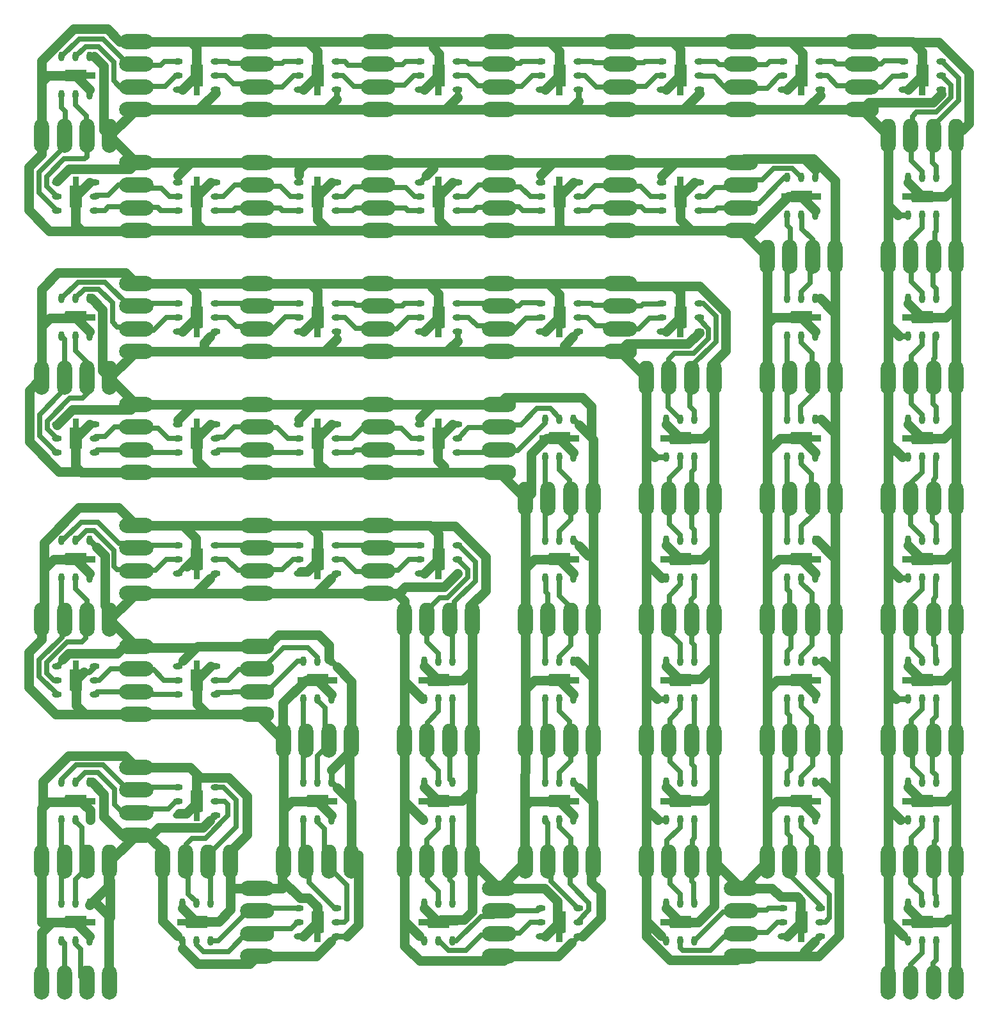
<source format=gtl>
G04 DipTrace 2.4.0.2*
%IN64xAPA102x16mm.gtl*%
%MOMM*%
%ADD13C,1.27*%
%ADD14C,0.8*%
%ADD15C,0.711*%
%ADD16O,2.0X4.5*%
%ADD17C,2.0*%
%ADD19O,0.8X1.3*%
%ADD21O,1.3X0.8*%
%ADD22O,4.5X2.0*%
%FSLAX53Y53*%
G04*
G71*
G90*
G75*
G01*
%LNTop*%
%LPD*%
X13500Y10000D2*
D13*
Y16633D1*
X14831Y17964D1*
X17964D1*
X18000Y18000D1*
X19850Y15500D2*
D14*
Y16150D1*
D13*
X18000Y18000D1*
X14831Y17964D2*
X13500D1*
Y26000D1*
X18000Y34000D2*
X18678D1*
X19916Y32762D1*
Y31566D1*
D14*
X19850Y31500D1*
X13500Y26000D2*
D13*
Y33083D1*
X13669Y33253D1*
X14324Y33907D1*
X17907D1*
X18000Y34000D1*
X13669Y33253D2*
Y36647D1*
X17040Y40017D1*
X24483D1*
X26000Y38500D1*
X33101D1*
X33987Y37614D1*
Y34013D1*
X34000Y34000D1*
Y33694D1*
X32649Y32343D1*
X31693D1*
D14*
X31500Y32150D1*
X38500Y26000D2*
D13*
Y27401D1*
X40681Y29582D1*
Y34686D1*
X38254Y37112D1*
X34489D1*
X33987Y37614D1*
X32150Y20500D2*
D14*
Y19850D1*
D13*
X34000Y18000D1*
X38500Y26000D2*
Y19647D1*
X36911Y18058D1*
X34058D1*
X34000Y18000D1*
X38500Y26000D2*
Y22500D1*
X42000D1*
X45367D1*
Y23496D1*
Y26000D1*
X45500D1*
X47500Y16150D2*
D14*
X48150D1*
D13*
X50000Y18000D1*
X51850Y31500D2*
D14*
Y32150D1*
D13*
X50000Y34000D1*
X45500Y26000D2*
Y32849D1*
X46626Y33975D1*
X49975D1*
X50000Y34000D1*
X45500Y32849D2*
Y42000D1*
X51850Y47500D2*
D14*
Y48150D1*
D13*
X50000Y50000D1*
X48420D1*
X45413Y46993D1*
Y42087D1*
X45500Y42000D1*
X42000Y45500D2*
X45500Y42000D1*
X36500Y51850D2*
D14*
X35850D1*
D13*
X34000Y50000D1*
X42000Y45500D2*
X35446D1*
X34105Y46841D1*
Y49895D1*
X34000Y50000D1*
X26000Y45500D2*
X35446D1*
X18000Y50000D2*
X19118Y51118D1*
D14*
X19768D1*
X20500Y51850D1*
X26000Y45500D2*
D13*
X19239D1*
X18062Y46676D1*
Y49938D1*
X18000Y50000D1*
X13500Y58000D2*
Y55416D1*
X11826Y53742D1*
Y49091D1*
X15381Y45535D1*
X18501D1*
X19239Y45500D1*
X19850Y63500D2*
D14*
Y64150D1*
D13*
X18000Y66000D1*
X15080D1*
X13788Y64708D1*
Y58288D1*
X13500Y58000D1*
X34000Y66000D2*
X33642D1*
X32701Y65059D1*
D14*
X32409D1*
X31500Y64150D1*
X13788Y64708D2*
D13*
Y68188D1*
X18427Y72827D1*
X23673D1*
X26000Y70500D1*
X32212D1*
X33889Y68824D1*
Y66111D1*
X34000Y66000D1*
X32212Y70500D2*
X42000D1*
X48807D1*
X50051Y69255D1*
Y66051D1*
X50000Y66000D1*
Y65774D1*
X48643Y64417D1*
X47767D1*
D14*
X47500Y64150D1*
X58000Y70500D2*
D13*
X48807D1*
X63500Y64150D2*
D14*
X64150D1*
D13*
X66000Y66000D1*
X58000Y70500D2*
X64850D1*
X64978Y70372D1*
X65948Y69402D1*
Y66052D1*
X66000Y66000D1*
X64978Y70372D2*
X68218D1*
X72225Y66365D1*
Y61860D1*
X70150Y59784D1*
Y58000D1*
X70500D1*
X64150Y52500D2*
D14*
Y51850D1*
D13*
X66000Y50000D1*
X70500Y58000D2*
Y51271D1*
X69235Y50007D1*
X66007D1*
X66000Y50000D1*
X70500Y51271D2*
Y42000D1*
X64150Y36500D2*
D14*
Y35850D1*
D13*
X66000Y34000D1*
X70500Y42000D2*
Y35381D1*
X70328Y35209D1*
X69153Y34034D1*
X66034D1*
X66000Y34000D1*
X70328Y35209D2*
Y26172D1*
X70500Y26000D1*
X64150Y20500D2*
D14*
Y19850D1*
D13*
X66000Y18000D1*
X70500Y26000D2*
Y19438D1*
X69344Y18282D1*
X66282D1*
X66000Y18000D1*
X74000Y22500D2*
X70500Y26000D1*
X79500Y16150D2*
D14*
X80150D1*
D13*
X82000Y18000D1*
X74000Y22500D2*
X77500Y26000D1*
X74000Y22500D2*
X80015D1*
X81747Y20768D1*
Y18253D1*
X82000Y18000D1*
X83850Y31500D2*
D14*
Y32150D1*
D13*
X82000Y34000D1*
X78101D1*
X77381Y33280D1*
Y26119D1*
X77500Y26000D1*
Y42000D2*
X77381Y33280D1*
X50000Y18000D2*
Y20037D1*
X48831Y21205D1*
X47658D1*
X45367Y23496D1*
X77500Y42000D2*
Y48784D1*
Y58000D1*
X82000Y50000D2*
X78716D1*
X77500Y48784D1*
X83850Y47500D2*
D14*
Y48150D1*
D13*
X82000Y50000D1*
X77500Y58000D2*
Y64803D1*
X78711Y66014D1*
X81986D1*
X82000Y66000D1*
X83850Y63500D2*
D14*
Y64150D1*
D13*
X82000Y66000D1*
X77500Y64803D2*
Y74000D1*
X74000Y77500D1*
X82000Y82000D2*
X80267D1*
X78228Y79961D1*
Y74728D1*
X77500Y74000D1*
X83850Y79500D2*
D14*
Y80150D1*
D13*
X82000Y82000D1*
X68500Y83850D2*
D14*
X67850D1*
D13*
X66000Y82000D1*
X74000Y77500D2*
X66731D1*
X58000D1*
X66731D2*
Y78280D1*
X65888Y79123D1*
Y81888D1*
X66000Y82000D1*
X58000Y77500D2*
X51303D1*
X42000D1*
X51303D2*
X50109Y78695D1*
Y81891D1*
X50000Y82000D1*
X52500Y83850D2*
D14*
X51850D1*
D13*
X50000Y82000D1*
X36500Y83850D2*
D14*
X35850D1*
D13*
X34000Y82000D1*
X42000Y77500D2*
X35614D1*
X26000D1*
X18770D1*
X18636Y77633D1*
X17970Y78300D1*
Y81970D1*
X18000Y82000D1*
X35614Y77500D2*
X34078Y79035D1*
Y81921D1*
X34000Y82000D1*
X20500Y83850D2*
D14*
X19850D1*
D13*
X18000Y82000D1*
X18636Y77633D2*
X15765D1*
X11850Y81548D1*
Y88350D1*
X13500Y90000D1*
Y96775D1*
X14629Y97904D1*
X17904D1*
X18000Y98000D1*
X13500Y96775D2*
Y101760D1*
X15640Y103900D1*
X24600D1*
X26000Y102500D1*
X19850Y95500D2*
D14*
Y96150D1*
D13*
X18000Y98000D1*
X26000Y102500D2*
X32748D1*
X42000D1*
X31500Y96150D2*
D14*
X32150D1*
D13*
X34000Y98000D1*
X32748Y102500D2*
X34003Y101245D1*
Y98003D1*
X34000Y98000D1*
X42000Y102500D2*
X49034D1*
X58000D1*
X50000Y98000D2*
Y101534D1*
X49034Y102500D1*
X47500Y96150D2*
D14*
X48150D1*
D13*
X50000Y98000D1*
X58000Y102500D2*
X65170D1*
X74000D1*
X65170D2*
Y101958D1*
X65964Y101163D1*
Y98036D1*
X66000Y98000D1*
X63500Y96150D2*
D14*
X64150D1*
D13*
X66000Y98000D1*
X74000Y102500D2*
X80570D1*
X90000D1*
X82000Y98000D2*
Y101070D1*
X80570Y102500D1*
X95500Y96150D2*
D14*
X96150D1*
D13*
X98000Y98000D1*
X79500Y96150D2*
D14*
X80150D1*
D13*
X82000Y98000D1*
X90000Y102500D2*
Y102166D1*
X97104D1*
X97965Y101305D1*
Y98035D1*
X98000Y98000D1*
X97104Y102166D2*
X100532D1*
X104031Y98667D1*
Y93609D1*
X102168Y91746D1*
Y90000D1*
X102500D1*
Y83370D1*
Y74000D1*
Y67552D1*
Y58000D1*
X96150Y84500D2*
D14*
Y83850D1*
D13*
X98000Y82000D1*
X101130D1*
X102500Y83370D1*
X96150Y68500D2*
D14*
Y67850D1*
D13*
X98000Y66000D1*
X100948D1*
X102500Y67552D1*
Y58000D2*
Y51537D1*
Y42000D1*
Y35306D1*
Y26000D1*
Y51537D2*
X102082D1*
X100675Y50129D1*
X98129D1*
X98000Y50000D1*
X96150Y52500D2*
D14*
Y51850D1*
D13*
X98000Y50000D1*
X96150Y36500D2*
D14*
Y35850D1*
D13*
X98000Y34000D1*
X102500Y35306D2*
X101240Y34047D1*
X98047D1*
X98000Y34000D1*
X102500Y26000D2*
X106000Y22500D1*
X96150Y20500D2*
D14*
Y19850D1*
D13*
X98000Y18000D1*
X102500Y26000D2*
Y20138D1*
X100362Y18000D1*
X98000D1*
X106000Y22500D2*
X109500Y26000D1*
X106000Y22500D2*
X110124D1*
X111265Y21358D1*
X113442D1*
X113948Y20852D1*
Y18052D1*
X114000Y18000D1*
X111500Y16150D2*
D14*
X112150D1*
D13*
X114000Y18000D1*
X109500Y26000D2*
Y32704D1*
Y42000D1*
Y48760D1*
Y58000D1*
X134500Y26000D2*
Y35226D1*
Y42000D1*
Y51531D1*
Y58000D1*
X115850Y31500D2*
D14*
Y32150D1*
D13*
X114000Y34000D1*
X115850Y47500D2*
D14*
Y48150D1*
D13*
X114000Y50000D1*
X128150Y52500D2*
D14*
Y51850D1*
D13*
X130000Y50000D1*
X128150Y36500D2*
D14*
Y35850D1*
D13*
X130000Y34000D1*
X114000D2*
X110796D1*
X109500Y32704D1*
X114000Y50000D2*
X110740D1*
X109500Y48760D1*
X130000Y50000D2*
X132969D1*
X134500Y51531D1*
X130000Y34000D2*
X133274D1*
X134500Y35226D1*
Y26000D2*
Y18414D1*
X133497D1*
X133052Y17969D1*
X130031D1*
X130000Y18000D1*
X128150Y20500D2*
D14*
Y19850D1*
D13*
X130000Y18000D1*
X109500Y58000D2*
Y64514D1*
Y74000D1*
Y80283D1*
Y90000D1*
Y97111D1*
Y106000D1*
X134500Y58000D2*
Y67258D1*
Y74000D1*
Y83618D1*
Y90000D1*
Y99379D1*
Y106000D1*
X114000Y98000D2*
X110389D1*
X109500Y97111D1*
X114000Y82000D2*
X111217D1*
X109500Y80283D1*
X114000Y66000D2*
X110986D1*
X109500Y64514D1*
X115850Y63500D2*
D14*
Y64150D1*
D13*
X114000Y66000D1*
X115850Y79500D2*
D14*
Y80150D1*
D13*
X114000Y82000D1*
X115850Y95500D2*
D14*
Y96150D1*
D13*
X114000Y98000D1*
X130000Y82000D2*
X132882D1*
X134500Y83618D1*
X130000Y66000D2*
X133242D1*
X134500Y67258D1*
X130000Y98000D2*
X133121D1*
X134500Y99379D1*
X128150Y100500D2*
D14*
Y99850D1*
D13*
X130000Y98000D1*
X128150Y84500D2*
D14*
Y83850D1*
D13*
X130000Y82000D1*
X128150Y68500D2*
D14*
Y67850D1*
D13*
X130000Y66000D1*
X134500Y106000D2*
Y115423D1*
Y122000D1*
X128150Y116500D2*
D14*
Y115850D1*
D13*
X130000Y114000D1*
X133077D1*
X134500Y115423D1*
X109500Y106000D2*
X106000Y109500D1*
X114000Y114000D2*
X112278D1*
X107778Y109500D1*
X106000D1*
X115850Y111500D2*
D14*
Y112150D1*
D13*
X114000Y114000D1*
X127500Y128150D2*
D14*
X128150D1*
D13*
X130000Y130000D1*
X122000Y134500D2*
X128691D1*
X128826Y134365D1*
X130024Y133167D1*
Y130024D1*
X130000Y130000D1*
X128826Y134365D2*
X132185D1*
X136144Y130406D1*
Y123644D1*
X134500Y122000D1*
X122000Y134500D2*
X112603D1*
X106000D1*
X96988D1*
X90000D1*
X80694D1*
X74000D1*
X65285D1*
X58000D1*
Y109500D2*
X67458D1*
X74000D1*
X82482D1*
X90000D1*
X99436D1*
X106000D1*
X100500Y115850D2*
D14*
X99850D1*
D13*
X98000Y114000D1*
Y110936D1*
X99436Y109500D1*
X82000Y114000D2*
Y109982D1*
X82482Y109500D1*
X84500Y115850D2*
D14*
X83850D1*
D13*
X82000Y114000D1*
X111500Y128150D2*
D14*
X112150D1*
D13*
X114000Y130000D1*
X112603Y134500D2*
X114119Y132984D1*
Y130119D1*
X114000Y130000D1*
X98000D2*
Y133488D1*
X96988Y134500D1*
X95500Y128150D2*
D14*
X96150D1*
D13*
X98000Y130000D1*
X79500Y128150D2*
D14*
X80150D1*
D13*
X82000Y130000D1*
X80694Y134500D2*
X81999Y133196D1*
Y130001D1*
X82000Y130000D1*
X65285Y134500D2*
Y133718D1*
X66101Y132902D1*
Y130101D1*
X66000Y130000D1*
X63500Y128150D2*
D14*
X64150D1*
D13*
X66000Y130000D1*
X68500Y115850D2*
D14*
X67850D1*
D13*
X66000Y114000D1*
X67458Y109500D2*
X66067Y110891D1*
Y113933D1*
X66000Y114000D1*
X52500Y115850D2*
D14*
X51850D1*
D13*
X50000Y114000D1*
X58000Y109500D2*
X51449D1*
X42000D1*
X34924D1*
X26000D1*
X58000Y134500D2*
X48702D1*
X42000D1*
X33207D1*
X26000D1*
X36500Y115850D2*
D14*
X35850D1*
D13*
X34000Y114000D1*
X20500Y115850D2*
D14*
X19850D1*
D13*
X18000Y114000D1*
X34000D2*
Y110424D1*
X34924Y109500D1*
X50000Y114000D2*
Y110949D1*
X51449Y109500D1*
X50000Y130000D2*
Y133202D1*
X48702Y134500D1*
X34000Y130000D2*
Y133708D1*
X33207Y134500D1*
X31500Y128150D2*
D14*
X32150D1*
D13*
X34000Y130000D1*
X47500Y128150D2*
D14*
X48150D1*
D13*
X50000Y130000D1*
X19850Y127500D2*
D14*
Y128150D1*
D13*
X18000Y130000D1*
X26000Y134500D2*
X23842D1*
X22194Y136147D1*
X17690D1*
X13480Y131938D1*
Y129170D1*
Y122020D1*
X13500Y122000D1*
Y119585D1*
X11765Y117850D1*
Y112215D1*
X14521Y109459D1*
X18809D1*
X25959D1*
X26000Y109500D1*
X18000Y114000D2*
Y110268D1*
X18809Y109459D1*
X18000Y130000D2*
X14310D1*
X13480Y129170D1*
X134500Y18414D2*
Y10000D1*
X16150Y20500D2*
D15*
Y25650D1*
X16500Y26000D1*
X16150Y31500D2*
Y26350D1*
X16500Y26000D1*
X18000Y20500D2*
Y23626D1*
X19346Y24971D1*
Y25846D1*
X19500Y26000D1*
X18000Y31500D2*
Y31377D1*
X18838Y30539D1*
Y26662D1*
X19500Y26000D1*
X131850Y15500D2*
Y13007D1*
X131435Y12592D1*
Y10065D1*
X131500Y10000D1*
X130000Y15500D2*
Y13928D1*
X128435Y12363D1*
Y10065D1*
X128500Y10000D1*
X16150Y36500D2*
Y36830D1*
X18104Y38784D1*
X21603D1*
X24970Y35417D1*
Y35856D1*
X27182D1*
X27538Y35500D1*
X26000D1*
X31500Y35850D2*
X26350D1*
X26000Y35500D1*
X18000Y36500D2*
X19280Y37780D1*
X20915D1*
X23138Y35557D1*
Y33577D1*
X24215Y32500D1*
X26000D1*
X31500Y34000D2*
X31294D1*
X30264Y32970D1*
X26470D1*
X26000Y32500D1*
X36500Y35850D2*
X37550D1*
X39258Y34142D1*
Y30628D1*
X35326Y26695D1*
Y26174D1*
X35500Y26000D1*
X35850Y20500D2*
Y25650D1*
X35500Y26000D1*
X36500Y34000D2*
X37727D1*
X38171Y33556D1*
Y32092D1*
X35145Y29066D1*
X33418D1*
X32649Y28296D1*
Y26149D1*
X32500Y26000D1*
X34000Y20500D2*
Y20655D1*
X32911Y21744D1*
Y25589D1*
X32500Y26000D1*
X35850Y15500D2*
X36834D1*
X40645Y19310D1*
X41810D1*
X42000Y19500D1*
X47500Y19850D2*
X42350D1*
X42000Y19500D1*
X34000Y15500D2*
Y15002D1*
X34877Y14124D1*
X38197D1*
X40513Y16441D1*
X41941D1*
X42000Y16500D1*
X47500Y18000D2*
X47330D1*
X46481Y17151D1*
X42651D1*
X42000Y16500D1*
X52500Y19850D2*
X52301D1*
X48875Y23276D1*
Y25625D1*
X48500Y26000D1*
X48150Y31500D2*
Y26350D1*
X48500Y26000D1*
X52500Y18000D2*
X53566D1*
X53887Y18320D1*
Y22886D1*
X51548Y25225D1*
Y25952D1*
X51500Y26000D1*
X50000Y31500D2*
Y31260D1*
X50929Y30331D1*
Y26571D1*
X51500Y26000D1*
X48150Y36500D2*
Y41650D1*
X48500Y42000D1*
X48150Y47500D2*
Y42350D1*
X48500Y42000D1*
X50000Y36500D2*
Y39991D1*
X51409Y41400D1*
Y41909D1*
X51500Y42000D1*
X50000Y47500D2*
Y47324D1*
X51005Y46319D1*
Y42495D1*
X51500Y42000D1*
X48150Y52500D2*
X47349D1*
X43661Y48812D1*
X42312D1*
X42000Y48500D1*
X38818D1*
X38665Y48347D1*
X36697D1*
X36500Y48150D1*
X50000Y52500D2*
Y53051D1*
X48714Y54337D1*
X45480D1*
X42583Y51439D1*
X42061D1*
X42000Y51500D1*
X36500Y50000D2*
X38142D1*
X39543Y51401D1*
X41901D1*
X42000Y51500D1*
X15500Y48150D2*
Y48174D1*
X13194Y50479D1*
Y52723D1*
X16161Y55690D1*
Y57661D1*
X16500Y58000D1*
X16150Y63500D2*
Y58350D1*
X16500Y58000D1*
X15500Y50000D2*
X15119D1*
X14183Y50936D1*
Y52381D1*
X16845Y55043D1*
X18823D1*
X19317Y55538D1*
Y57817D1*
X19500Y58000D1*
X18000Y63500D2*
Y62088D1*
X19484Y60604D1*
Y58016D1*
X19500Y58000D1*
X31500Y112150D2*
X29263D1*
X28892Y112521D1*
X26021D1*
X26000Y112500D1*
X20500Y112150D2*
X21835D1*
X22288Y112603D1*
X25897D1*
X26000Y112500D1*
X31500Y114000D2*
X30429D1*
X29299Y115130D1*
X26370D1*
X26000Y115500D1*
X23636D1*
X22288Y114152D1*
X20652D1*
X20500Y114000D1*
X16150Y68500D2*
X16262D1*
X18703Y70941D1*
X20912D1*
X23719Y68133D1*
X25367D1*
X26000Y67500D1*
X31500Y67850D2*
X26350D1*
X26000Y67500D1*
X18000Y68500D2*
X18149D1*
X19439Y69790D1*
X20451D1*
X23028Y67213D1*
Y65050D1*
X23443Y64636D1*
X25864D1*
X26000Y64500D1*
X31500Y66000D2*
X30007D1*
X28551Y64544D1*
X26044D1*
X26000Y64500D1*
X36500Y67850D2*
X41650D1*
X42000Y67500D1*
X47500Y67850D2*
X42350D1*
X42000Y67500D1*
X36500Y66000D2*
X37994D1*
X39455Y64539D1*
X41961D1*
X42000Y64500D1*
X47500Y66000D2*
X46735D1*
X45335Y64600D1*
X42100D1*
X42000Y64500D1*
X52500Y67850D2*
X57650D1*
X58000Y67500D1*
X63500Y67850D2*
X58350D1*
X58000Y67500D1*
X52500Y66000D2*
X53491D1*
X55074Y64417D1*
X57917D1*
X58000Y64500D1*
X63500Y66000D2*
X62090D1*
X60633Y64543D1*
X58043D1*
X58000Y64500D1*
X68500Y67850D2*
X68665D1*
X70858Y65656D1*
Y63125D1*
X68125Y60392D1*
Y58625D1*
X67500Y58000D1*
X67850Y52500D2*
Y57650D1*
X67500Y58000D1*
X64500D2*
Y59247D1*
X66151Y60898D1*
X67163D1*
X69846Y63581D1*
Y64654D1*
X68500Y66000D1*
X66000Y52500D2*
Y53512D1*
X64452Y55060D1*
Y57952D1*
X64500Y58000D1*
X67850Y47500D2*
Y42350D1*
X67500Y42000D1*
Y36850D1*
X67850Y36500D1*
X66000Y47500D2*
Y45895D1*
X64519Y44415D1*
Y42019D1*
X64500Y42000D1*
X66000Y36500D2*
Y38061D1*
X64597Y39464D1*
Y41903D1*
X64500Y42000D1*
X67850Y31500D2*
Y26350D1*
X67500Y26000D1*
X67850Y20500D2*
Y23218D1*
X67471Y23597D1*
Y25971D1*
X67500Y26000D1*
X64500D2*
Y28875D1*
X66024Y30399D1*
Y31476D1*
X66000Y31500D1*
Y20500D2*
Y22081D1*
X64585Y23496D1*
Y25915D1*
X64500Y26000D1*
X84500Y19850D2*
X84447D1*
X80856Y23441D1*
Y25644D1*
X80500Y26000D1*
Y31150D1*
X80150Y31500D1*
X84500Y18000D2*
Y18176D1*
X85923Y19599D1*
Y20546D1*
X83418Y23051D1*
Y25918D1*
X83500Y26000D1*
Y29047D1*
X81962Y30585D1*
Y31463D1*
X82000Y31500D1*
X16500Y10000D2*
Y15150D1*
X16150Y15500D1*
X18000D2*
Y15132D1*
X18672Y14461D1*
Y10828D1*
X19500Y10000D1*
X80150Y36500D2*
Y41650D1*
X80500Y42000D1*
X80150Y47500D2*
Y42350D1*
X80500Y42000D1*
X82000Y36500D2*
Y37831D1*
X83512Y39344D1*
Y41988D1*
X83500Y42000D1*
X82000Y47500D2*
Y45936D1*
X83327Y44610D1*
Y42173D1*
X83500Y42000D1*
X80150Y52500D2*
Y57650D1*
X80500Y58000D1*
Y61442D1*
X80230Y61712D1*
Y63420D1*
X80150Y63500D1*
X82000Y52500D2*
Y53138D1*
X83494Y54632D1*
Y57994D1*
X83500Y58000D1*
Y59657D1*
X81951Y61206D1*
Y63451D1*
X82000Y63500D1*
X80150Y68500D2*
Y73650D1*
X80500Y74000D1*
X80150Y79500D2*
Y74350D1*
X80500Y74000D1*
X82000Y68500D2*
Y69759D1*
X83520Y71279D1*
Y73980D1*
X83500Y74000D1*
X82000Y79500D2*
Y77815D1*
X83312Y76503D1*
Y74188D1*
X83500Y74000D1*
X80150Y84500D2*
Y84017D1*
X76501Y80369D1*
X74131D1*
X74000Y80500D1*
X68500Y80150D2*
X73650D1*
X74000Y80500D1*
X82000Y84500D2*
Y84718D1*
X80781Y85937D1*
X79032D1*
X76870Y83774D1*
X74274D1*
X74000Y83500D1*
X68500Y82000D2*
X68581D1*
X69991Y83411D1*
X73911D1*
X74000Y83500D1*
X63500Y80150D2*
X58350D1*
X58000Y80500D1*
X54953D1*
X54618Y80165D1*
X52515D1*
X52500Y80150D1*
X63500Y82000D2*
X62398D1*
X61049Y83350D1*
X58150D1*
X58000Y83500D1*
X56054D1*
X54556Y82002D1*
X52502D1*
X52500Y82000D1*
X47500Y80150D2*
X42350D1*
X42000Y80500D1*
X36850D1*
X36500Y80150D1*
X47500Y82000D2*
X46068D1*
X44658Y83411D1*
X42089D1*
X42000Y83500D1*
X38972D1*
X37631Y82159D1*
X36659D1*
X36500Y82000D1*
X15500Y80150D2*
Y80054D1*
X13201Y82353D1*
Y85157D1*
X16044Y88000D1*
Y89544D1*
X16500Y90000D1*
Y95150D1*
X16150Y95500D1*
X19500Y90000D2*
Y87952D1*
X18874Y87326D1*
X17257D1*
X14252Y84321D1*
Y83248D1*
X15500Y82000D1*
X19500Y90000D2*
Y92065D1*
X17947Y93618D1*
Y95447D1*
X18000Y95500D1*
X26000Y99500D2*
X25093D1*
X21906Y102688D1*
X18338D1*
X16150Y100500D1*
X31500Y99850D2*
X26350D1*
X26000Y99500D1*
X18000Y100500D2*
Y100601D1*
X19143Y101744D1*
X21030D1*
X22849Y99925D1*
Y97365D1*
X23455Y96758D1*
X25742D1*
X26000Y96500D1*
X31500Y98000D2*
X29962D1*
X28272Y96310D1*
X26190D1*
X26000Y96500D1*
X36500Y99850D2*
X41650D1*
X42000Y99500D1*
X47500Y99850D2*
X42350D1*
X42000Y99500D1*
X36500Y98000D2*
X38003D1*
X39233Y96771D1*
X41729D1*
X42000Y96500D1*
X44159D1*
X45727Y98068D1*
X47432D1*
X47500Y98000D1*
X52500Y99850D2*
X54821D1*
X55098Y99574D1*
X57926D1*
X58000Y99500D1*
X61205D1*
X61530Y99825D1*
X63475D1*
X63500Y99850D1*
X52500Y98000D2*
X53618D1*
X55056Y96561D1*
X57939D1*
X58000Y96500D1*
X60506D1*
X62032Y98026D1*
X63474D1*
X63500Y98000D1*
X68500Y99850D2*
X73650D1*
X74000Y99500D1*
X76648D1*
X77118Y99971D1*
X79379D1*
X79500Y99850D1*
X68500Y98000D2*
X69964D1*
X71110Y96854D1*
X73646D1*
X74000Y96500D1*
X76179D1*
X77579Y97900D1*
X79400D1*
X79500Y98000D1*
X84500Y99850D2*
X86259D1*
X86506Y99602D1*
X89898D1*
X90000Y99500D1*
X92800D1*
X93041Y99740D1*
X95390D1*
X95500Y99850D1*
X84500Y98000D2*
X85670D1*
X86782Y96887D1*
X89613D1*
X90000Y96500D1*
X92469D1*
X93915Y97946D1*
X95446D1*
X95500Y98000D1*
X100500Y99850D2*
X101031D1*
X102700Y98181D1*
Y94812D1*
X99429Y91541D1*
Y89929D1*
X99500Y90000D1*
X99850Y84500D2*
Y85657D1*
X99298Y86209D1*
Y89798D1*
X99500Y90000D1*
X100500Y98000D2*
Y97757D1*
X101749Y96508D1*
Y95242D1*
X99759Y93252D1*
X97228D1*
X96492Y92516D1*
Y90008D1*
X96500Y90000D1*
X98000Y84500D2*
Y84568D1*
X96393Y86175D1*
Y89893D1*
X96500Y90000D1*
X99850Y63500D2*
Y61102D1*
X99406Y60657D1*
Y58094D1*
X99500Y58000D1*
Y55009D1*
X99859Y54650D1*
Y52509D1*
X99850Y52500D1*
X98000Y63500D2*
Y62682D1*
X96519Y61201D1*
Y58019D1*
X96500Y58000D1*
Y56305D1*
X98006Y54798D1*
Y52506D1*
X98000Y52500D1*
X99850Y47500D2*
Y42350D1*
X99500Y42000D1*
Y38927D1*
X99859Y38568D1*
Y36509D1*
X99850Y36500D1*
X98000Y47500D2*
Y46269D1*
X96598Y44867D1*
Y42098D1*
X96500Y42000D1*
X98000Y36500D2*
Y37907D1*
X96672Y39235D1*
Y41828D1*
X96500Y42000D1*
X99850Y31500D2*
Y29146D1*
X99563Y28859D1*
Y26063D1*
X99500Y26000D1*
Y23404D1*
X99737Y23166D1*
Y20613D1*
X99850Y20500D1*
X98000Y31500D2*
Y30557D1*
X96228Y28785D1*
Y26272D1*
X96500Y26000D1*
X98000Y20500D2*
Y21730D1*
X96675Y23055D1*
Y25825D1*
X96500Y26000D1*
X99850Y15500D2*
Y15539D1*
X103635Y19324D1*
X105824D1*
X106000Y19500D1*
X111500Y19850D2*
X109706D1*
X109443Y19587D1*
X106087D1*
X106000Y19500D1*
X98000Y15500D2*
Y14602D1*
X98345Y14257D1*
X101965D1*
X103746Y16039D1*
X105539D1*
X106000Y16500D1*
X111500Y18000D2*
X110893D1*
X109494Y16600D1*
X106100D1*
X106000Y16500D1*
X116500Y19850D2*
Y20227D1*
X112500Y24227D1*
Y26000D1*
X112150Y31500D2*
Y29741D1*
X112535Y29356D1*
Y26035D1*
X112500Y26000D1*
X116500Y18000D2*
X117167D1*
X117738Y18571D1*
Y21625D1*
X115269Y24093D1*
Y26231D1*
X115500Y26000D1*
X114000Y31500D2*
Y30582D1*
X115307Y29275D1*
Y26193D1*
X115500Y26000D1*
X112150Y47500D2*
Y45639D1*
X112454Y45335D1*
Y42046D1*
X112500Y42000D1*
X112150Y36500D2*
Y37776D1*
X112617Y38243D1*
Y41883D1*
X112500Y42000D1*
X114000Y47500D2*
Y46479D1*
X115307Y45172D1*
Y42193D1*
X115500Y42000D1*
X114000Y36500D2*
Y37180D1*
X115552Y38732D1*
Y41949D1*
X115500Y42000D1*
X112150Y52500D2*
Y53836D1*
X112617Y54303D1*
Y57883D1*
X112500Y58000D1*
X112150Y63500D2*
Y62025D1*
X112454Y61722D1*
Y58046D1*
X112500Y58000D1*
X114000Y52500D2*
Y53240D1*
X115388Y54629D1*
Y57888D1*
X115500Y58000D1*
X114000Y63500D2*
Y62865D1*
X115388Y61477D1*
Y58112D1*
X115500Y58000D1*
X112150Y95500D2*
Y90350D1*
X112500Y90000D1*
X112150Y84500D2*
Y89650D1*
X112500Y90000D1*
X114000Y95500D2*
Y94712D1*
X115434Y93278D1*
Y90066D1*
X115500Y90000D1*
Y87854D1*
X113882Y86236D1*
Y84618D1*
X114000Y84500D1*
X112150Y100500D2*
Y105650D1*
X112500Y106000D1*
X112150Y111500D2*
Y110194D1*
X112548Y109797D1*
Y106048D1*
X112500Y106000D1*
X114000Y100500D2*
Y101393D1*
X115195Y102588D1*
Y105695D1*
X115500Y106000D1*
Y108312D1*
X114097Y109715D1*
Y111403D1*
X114000Y111500D1*
X112150Y116500D2*
X111792D1*
X108397Y113105D1*
X106605D1*
X106000Y112500D1*
X102898D1*
X102558Y112160D1*
X100510D1*
X100500Y112150D1*
X114000Y116500D2*
X112788Y117712D1*
X110371D1*
X108853Y116193D1*
X106693D1*
X106000Y115500D1*
X100500Y114000D2*
X101349D1*
X102558Y115209D1*
X105709D1*
X106000Y115500D1*
X84500Y112150D2*
X85857D1*
X86392Y112684D1*
X89816D1*
X90000Y112500D1*
X95500Y112150D2*
X93367D1*
X92832Y112684D1*
X90184D1*
X90000Y112500D1*
X95500Y114000D2*
X94125D1*
X92751Y115375D1*
X90125D1*
X90000Y115500D1*
X84500Y114000D2*
X85262D1*
X86718Y115456D1*
X89956D1*
X90000Y115500D1*
X79500Y112150D2*
X77143D1*
X76690Y112603D1*
X74103D1*
X74000Y112500D1*
X68500Y112150D2*
X70694D1*
X71065Y112521D1*
X73979D1*
X74000Y112500D1*
X79500Y114000D2*
X78147D1*
X76853Y115293D1*
X74207D1*
X74000Y115500D1*
X68500Y114000D2*
X69772D1*
X71310Y115538D1*
X73962D1*
X74000Y115500D1*
X63500Y112150D2*
X61954D1*
X61664Y112440D1*
X58060D1*
X58000Y112500D1*
X55040D1*
X54653Y112114D1*
X52536D1*
X52500Y112150D1*
X63500Y114000D2*
X62876D1*
X61664Y115212D1*
X58288D1*
X58000Y115500D1*
X52500Y114000D2*
X53523D1*
X54816Y115293D1*
X57793D1*
X58000Y115500D1*
X47500Y112150D2*
X45323D1*
X45033Y112440D1*
X42060D1*
X42000Y112500D1*
X36500Y112150D2*
X38874D1*
X39164Y112440D1*
X41940D1*
X42000Y112500D1*
X47500Y114000D2*
X46408D1*
X45033Y115375D1*
X42125D1*
X42000Y115500D1*
X36500Y114000D2*
X37544D1*
X39082Y115538D1*
X41962D1*
X42000Y115500D1*
X16150Y127500D2*
Y125776D1*
X16665Y125261D1*
Y122165D1*
X16500Y122000D1*
Y120563D1*
X13113Y117176D1*
Y114537D1*
X15500Y112150D1*
X18000Y127500D2*
Y126070D1*
X19421Y124649D1*
Y122079D1*
X19500Y122000D1*
Y119276D1*
X19176Y118952D1*
X16481D1*
X14154Y116625D1*
Y115346D1*
X15500Y114000D1*
X31500Y131850D2*
X29714D1*
X29218Y131353D1*
X26147D1*
X26000Y131500D1*
X24943D1*
X21592Y134850D1*
X18500D1*
X16150Y132500D1*
X31500Y130000D2*
X31288D1*
X29870Y128582D1*
X26082D1*
X26000Y128500D1*
X23839D1*
X23035Y129304D1*
Y131815D1*
X21046Y133805D1*
X19305D1*
X18000Y132500D1*
X47500Y131850D2*
X45611D1*
X45360Y131598D1*
X42098D1*
X42000Y131500D1*
X36500Y131850D2*
X38096D1*
X38348Y131598D1*
X41902D1*
X42000Y131500D1*
X47500Y130000D2*
X46859D1*
X45360Y128500D1*
X42000D1*
X36500Y130000D2*
X37827D1*
X38919Y128908D1*
X41592D1*
X42000Y128500D1*
X63500Y131850D2*
X61625D1*
X61210Y131435D1*
X58065D1*
X58000Y131500D1*
X52500Y131850D2*
X53586D1*
X54083Y131353D1*
X57853D1*
X58000Y131500D1*
X63500Y130000D2*
X62791D1*
X61536Y128745D1*
X58245D1*
X58000Y128500D1*
X52500Y130000D2*
X53398D1*
X54816Y128582D1*
X57918D1*
X58000Y128500D1*
X79500Y131850D2*
X77033D1*
X76781Y131598D1*
X74098D1*
X74000Y131500D1*
X68500Y131850D2*
X69681D1*
X70015Y131517D1*
X73983D1*
X74000Y131500D1*
X79500Y130000D2*
X78444D1*
X77026Y128582D1*
X74082D1*
X74000Y128500D1*
X68500Y130000D2*
X69901D1*
X71237Y128663D1*
X73837D1*
X74000Y128500D1*
X95500Y131850D2*
X93338D1*
X93168Y131680D1*
X90180D1*
X90000Y131500D1*
X84500Y131850D2*
X86394D1*
X86564Y131680D1*
X89820D1*
X90000Y131500D1*
X95500Y130000D2*
X94830D1*
X93412Y128582D1*
X90082D1*
X90000Y128500D1*
X84500Y130000D2*
X85390D1*
X86890Y128500D1*
X90000D1*
X111500Y131850D2*
X109806D1*
X109391Y131435D1*
X106065D1*
X106000Y131500D1*
X100500Y131850D2*
X102698D1*
X103113Y131435D1*
X105935D1*
X106000Y131500D1*
X111500Y130000D2*
X111135D1*
X109472Y128337D1*
X106163D1*
X106000Y128500D1*
X103847D1*
X102461Y129886D1*
X100614D1*
X100500Y130000D1*
X131850Y116500D2*
Y117980D1*
X131309Y118521D1*
Y121809D1*
X131500Y122000D1*
X132500Y131850D2*
X132583D1*
X134810Y129624D1*
Y126724D1*
X131500Y123415D1*
Y122000D1*
X130000Y116500D2*
Y117323D1*
X128563Y118760D1*
Y121937D1*
X128500Y122000D1*
X132500Y130000D2*
X133797Y128703D1*
Y127093D1*
X131864Y125160D1*
X129241D1*
X128689Y124608D1*
Y122189D1*
X128500Y122000D1*
X122000Y131500D2*
X124537D1*
X125008Y131971D1*
X127379D1*
X127500Y131850D1*
X116500D2*
X118270D1*
X118603Y131517D1*
X121983D1*
X122000Y131500D1*
Y128500D2*
X124666D1*
X126066Y129900D1*
X127400D1*
X127500Y130000D1*
X116500D2*
X117429D1*
X118766Y128663D1*
X121837D1*
X122000Y128500D1*
X131850Y100500D2*
Y101808D1*
X131428Y102230D1*
Y105928D1*
X131500Y106000D1*
X131850Y111500D2*
Y109456D1*
X131667Y109272D1*
Y106167D1*
X131500Y106000D1*
X130000Y100500D2*
Y101271D1*
X128563Y102707D1*
Y105937D1*
X128500Y106000D1*
X130000Y111500D2*
Y109873D1*
X128563Y108437D1*
Y106063D1*
X128500Y106000D1*
X131850Y84500D2*
Y86172D1*
X131428Y86594D1*
Y89928D1*
X131500Y90000D1*
Y92515D1*
X131667Y92681D1*
Y95683D1*
X131850Y95500D1*
X130000Y84500D2*
Y85157D1*
X128563Y86594D1*
Y89937D1*
X128500Y90000D1*
X130000Y95500D2*
Y94357D1*
X128563Y92920D1*
Y90063D1*
X128500Y90000D1*
X131850Y68500D2*
Y70536D1*
X131309Y71077D1*
Y73809D1*
X131500Y74000D1*
Y76520D1*
X131786Y76806D1*
Y79564D1*
X131850Y79500D1*
X130000Y68500D2*
Y69044D1*
X128444Y70600D1*
Y73944D1*
X128500Y74000D1*
Y76027D1*
X129996Y77522D1*
Y79496D1*
X130000Y79500D1*
X131500Y58000D2*
Y54741D1*
X131775Y54466D1*
Y52575D1*
X131850Y52500D1*
X131500Y58000D2*
Y60765D1*
X131786Y61051D1*
Y63436D1*
X131850Y63500D1*
X130000Y52500D2*
Y52980D1*
X128677Y54303D1*
Y57823D1*
X128500Y58000D1*
X130000Y63500D2*
Y62010D1*
X128325Y60335D1*
Y58175D1*
X128500Y58000D1*
X131850Y47500D2*
Y45247D1*
X131367Y44764D1*
Y42133D1*
X131500Y42000D1*
X131850Y36500D2*
Y37434D1*
X131367Y37916D1*
Y41867D1*
X131500Y42000D1*
X130000Y47500D2*
Y46169D1*
X128595Y44764D1*
Y42095D1*
X128500Y42000D1*
X130000Y36500D2*
Y37327D1*
X128758Y38569D1*
Y41742D1*
X128500Y42000D1*
X131850Y31500D2*
Y28861D1*
X131612Y28623D1*
Y26112D1*
X131500Y26000D1*
X131850Y20500D2*
Y21469D1*
X131644Y21675D1*
Y25856D1*
X131500Y26000D1*
X130000Y31500D2*
Y30598D1*
X128595Y29193D1*
Y26095D1*
X128500Y26000D1*
Y23189D1*
X129866Y21823D1*
Y20634D1*
X130000Y20500D1*
X31500Y50000D2*
X29691D1*
X28290Y51401D1*
X26099D1*
X26000Y51500D1*
X20500Y50000D2*
X21120D1*
X22620Y51500D1*
X26000D1*
X31500Y48150D2*
X26350D1*
X26000Y48500D1*
X20850D1*
X20500Y48150D1*
X31500Y80150D2*
X26350D1*
X26000Y80500D1*
X20850D1*
X20500Y80150D1*
X31500Y82000D2*
X30256D1*
X28872Y83384D1*
X26116D1*
X26000Y83500D1*
X23170D1*
X21890Y82220D1*
X20720D1*
X20500Y82000D1*
X114000Y79500D2*
Y78598D1*
X115314Y77284D1*
Y74186D1*
X115500Y74000D1*
Y71860D1*
X114001Y70361D1*
Y68501D1*
X114000Y68500D1*
X112150Y79500D2*
Y74350D1*
X112500Y74000D1*
X112150Y68500D2*
Y73650D1*
X112500Y74000D1*
X67850Y15500D2*
X68384D1*
X71672Y18788D1*
X73288D1*
X74000Y19500D1*
X79150D1*
X79500Y19850D1*
X66000Y15500D2*
X66051D1*
X67319Y14232D1*
X69597D1*
X71672Y16308D1*
X73808D1*
X74000Y16500D1*
X79500Y18000D2*
X78173D1*
X76734Y16561D1*
X74061D1*
X74000Y16500D1*
X99500Y74000D2*
Y77595D1*
X99851Y77946D1*
Y79499D1*
X99850Y79500D1*
Y68500D2*
Y69877D1*
X99531Y70196D1*
Y73969D1*
X99500Y74000D1*
X98000Y79500D2*
Y78204D1*
X96566Y76771D1*
Y74066D1*
X96500Y74000D1*
X98000Y68500D2*
Y69175D1*
X96561Y70614D1*
Y73939D1*
X96500Y74000D1*
X19850Y20500D2*
D14*
X20717D1*
D13*
X22377Y18840D1*
Y10123D1*
X22500Y10000D1*
X19850Y20500D2*
D14*
Y20288D1*
D13*
X22310Y22748D1*
Y25810D1*
X22500Y26000D1*
X19850Y36500D2*
D14*
X20183D1*
D13*
X21723Y34960D1*
Y31942D1*
X24166Y29500D1*
X26000D1*
X28009D1*
X28993Y30483D1*
X34833D1*
X35768Y31418D1*
D14*
X36500Y32150D1*
X26000Y29500D2*
D13*
X27501D1*
X29553Y27448D1*
Y26053D1*
X29500Y26000D1*
Y18150D1*
X31418Y16232D1*
D14*
X32150Y15500D1*
Y14535D1*
D13*
X34186Y12499D1*
X40999D1*
X42000Y13500D1*
X49850D1*
X51768Y15418D1*
D14*
X52500Y16150D1*
X53854D1*
D13*
X55390Y17686D1*
Y26890D1*
X54500Y26000D1*
Y33850D1*
X54235Y34115D1*
X52582Y35768D1*
D14*
X51850Y36500D1*
Y38137D1*
D13*
X54374Y40661D1*
Y41874D1*
X54500Y42000D1*
Y49850D1*
X52582Y51768D1*
D14*
X51850Y52500D1*
X42000Y54500D2*
D13*
X43285D1*
X44806Y56021D1*
X50129D1*
X51544Y54606D1*
Y52806D1*
D14*
X51850Y52500D1*
X42000Y54500D2*
D13*
X34150D1*
X33923Y54273D1*
X32232Y52582D1*
D14*
X31500Y51850D1*
X33923Y54273D2*
D13*
X26227D1*
X26000Y54500D1*
X22500Y58000D1*
X26000Y54500D2*
X24441D1*
X23463Y53522D1*
X17035D1*
X16272Y52759D1*
D14*
X16409D1*
X15500Y51850D1*
X22500Y58000D2*
D13*
X26000Y61500D1*
X22500Y58000D2*
Y59228D1*
X21832Y59896D1*
Y66518D1*
X20759Y67591D1*
D14*
X19850Y68500D1*
X26000Y61500D2*
D13*
X33850D1*
X35768Y63418D1*
D14*
X36500Y64150D1*
X42000Y61500D2*
D13*
X49850D1*
X51768Y63418D1*
D14*
X52500Y64150D1*
X33850Y61500D2*
D13*
X42000D1*
X49850D2*
X58000D1*
X60487D1*
X60621Y61366D1*
X61494Y60493D1*
Y58006D1*
X61500Y58000D1*
X68500Y64150D2*
D14*
Y64108D1*
D13*
X66758Y62366D1*
X61622D1*
X60621Y61366D1*
X61500Y58000D2*
Y49872D1*
Y42000D1*
X64150Y47500D2*
D14*
X63872D1*
D13*
X61500Y49872D1*
Y42000D2*
Y33960D1*
Y26000D1*
X64150Y31500D2*
D14*
X63960D1*
D13*
X61500Y33960D1*
Y26000D2*
Y18150D1*
X63418Y16232D1*
D14*
X64150Y15500D1*
X61500Y18150D2*
D13*
Y14888D1*
X63522Y12866D1*
X74634D1*
X74000Y13500D1*
X81850D1*
X83591Y15241D1*
D14*
X84500Y16150D1*
X85036D1*
D13*
X87482Y18597D1*
Y22049D1*
X86257Y23274D1*
Y26000D1*
X86500D1*
Y33850D1*
X86268Y34082D1*
X84582Y35768D1*
D14*
X83850Y36500D1*
X86268Y34082D2*
D13*
Y41768D1*
X86500Y42000D1*
X54235Y34115D2*
Y41735D1*
X54500Y42000D1*
X22377Y18840D2*
X22574Y18643D1*
Y23252D1*
X22310Y25810D1*
X22500Y26000D2*
X26000Y29500D1*
X86500Y42000D2*
Y50351D1*
Y58000D1*
X83850Y52500D2*
D14*
X84351D1*
D13*
X86500Y50351D1*
Y58000D2*
Y66526D1*
Y74000D1*
Y66526D2*
X85824D1*
X84582Y67768D1*
D14*
X83850Y68500D1*
X86500Y74000D2*
D13*
Y81850D1*
X86212Y82138D1*
X84582Y83768D1*
D14*
X83850Y84500D1*
X86212Y82138D2*
D13*
Y86212D1*
X85015Y87410D1*
X74910D1*
X74000Y86500D1*
X65317D1*
X58000D1*
X63500Y83850D2*
D14*
Y84683D1*
D13*
X65317Y86500D1*
X58000D2*
X49457D1*
X42000D1*
X47500Y83850D2*
D14*
Y84543D1*
D13*
X49457Y86500D1*
X42000D2*
X33527D1*
X26000D1*
X31500Y83850D2*
D14*
Y84473D1*
D13*
X33527Y86500D1*
X15500Y83850D2*
D14*
Y83750D1*
D13*
X17526Y85776D1*
X25276D1*
X26000Y86500D1*
X22500Y90000D1*
X26000Y93500D1*
X19850Y100500D2*
D14*
X20118D1*
D13*
X21569Y99049D1*
Y90931D1*
X22500Y90000D1*
X26000Y93500D2*
X34969D1*
X42000D1*
X34969D2*
Y94619D1*
X35768Y95418D1*
D14*
X36500Y96150D1*
X42000Y93500D2*
D13*
X50914D1*
X58000D1*
X52500Y96150D2*
D14*
Y95086D1*
D13*
X50914Y93500D1*
X58000D2*
X67108D1*
X74000D1*
X68500Y96150D2*
D14*
Y94892D1*
D13*
X67108Y93500D1*
X74000D2*
X82641D1*
X90000D1*
X82641D2*
Y94291D1*
X83768Y95418D1*
D14*
X84500Y96150D1*
X90000Y93500D2*
D13*
X93500Y90000D1*
X100500Y96150D2*
D14*
Y95971D1*
D13*
X99023Y94494D1*
X90994D1*
X90000Y93500D1*
X93500Y90000D2*
Y80601D1*
Y74000D1*
Y65549D1*
Y58000D1*
X96150Y79500D2*
D14*
X94601D1*
D13*
X93500Y80601D1*
X96150Y63500D2*
D14*
X95549D1*
D13*
X93500Y65549D1*
Y58000D2*
Y48941D1*
Y42000D1*
Y32999D1*
Y26000D1*
X96150Y31500D2*
D14*
X94999D1*
D13*
X93500Y32999D1*
X96150Y47500D2*
D14*
X94941D1*
D13*
X93500Y48941D1*
Y26000D2*
Y18150D1*
X95418Y16232D1*
D14*
X96150Y15500D1*
X93500Y18150D2*
D13*
Y16087D1*
X96611Y12976D1*
X105477D1*
X106000Y13500D1*
X114409D1*
X116267D1*
X118993Y16226D1*
Y24051D1*
X118323Y24721D1*
Y26000D1*
X118500D1*
X114409Y13500D2*
Y14059D1*
X115768Y15418D1*
D14*
X116500Y16150D1*
X118500Y42000D2*
D13*
Y50829D1*
Y58000D1*
Y26000D2*
Y34757D1*
Y42000D1*
X125500Y26000D2*
Y33106D1*
Y42000D1*
Y48519D1*
Y58000D1*
X115850Y52500D2*
D14*
X116829D1*
D13*
X118500Y50829D1*
X115850Y36500D2*
D14*
X116757D1*
D13*
X118500Y34757D1*
X128150Y31500D2*
D14*
X127106D1*
D13*
X125500Y33106D1*
X128150Y47500D2*
D14*
X126519D1*
D13*
X125500Y48519D1*
Y26000D2*
Y18150D1*
X125659Y17991D1*
X127418Y16232D1*
D14*
X128150Y15500D1*
X118500Y58000D2*
D13*
Y66076D1*
Y74000D1*
Y82655D1*
Y90000D1*
Y98534D1*
Y106000D1*
X125500D2*
Y96968D1*
Y90000D1*
Y81340D1*
Y74000D1*
Y64984D1*
Y58000D1*
X115850Y84500D2*
D14*
X116655D1*
D13*
X118500Y82655D1*
X115850Y68500D2*
D14*
X116076D1*
D13*
X118500Y66076D1*
X115850Y100500D2*
D14*
X116534D1*
D13*
X118500Y98534D1*
X128150Y63500D2*
D14*
X126984D1*
D13*
X125500Y64984D1*
X128150Y79500D2*
D14*
X127340D1*
D13*
X125500Y81340D1*
X128150Y95500D2*
D14*
X126968D1*
D13*
X125500Y96968D1*
Y106000D2*
Y112792D1*
Y122000D1*
X128150Y111500D2*
D14*
X126792D1*
D13*
X125500Y112792D1*
Y122000D2*
X122000Y125500D1*
X118500Y106000D2*
Y116108D1*
X115630Y118977D1*
X114415D1*
X106477D1*
X106000Y118500D1*
X114415Y118977D2*
X115850Y117542D1*
D14*
Y116500D1*
X132500Y128150D2*
Y127544D1*
D13*
X131404Y126448D1*
X122948D1*
X122000Y125500D1*
X58000D2*
X66921D1*
X74000D1*
X83385D1*
X90000D1*
X98398D1*
X106000D1*
X114611D1*
X122000D1*
X106000Y118500D2*
X97314D1*
X90000D1*
X81164D1*
X74000D1*
X65331D1*
X58000D1*
X79500Y115850D2*
D14*
Y116836D1*
D13*
X81164Y118500D1*
X95500Y115850D2*
D14*
Y116686D1*
D13*
X97314Y118500D1*
X116500Y128150D2*
D14*
Y127389D1*
D13*
X114611Y125500D1*
X100500Y128150D2*
D14*
Y127602D1*
D13*
X98398Y125500D1*
X84500Y128150D2*
D14*
Y126615D1*
D13*
X83385Y125500D1*
X68500Y128150D2*
D14*
Y127079D1*
D13*
X66921Y125500D1*
X65331Y118500D2*
Y117681D1*
X64409Y116759D1*
D14*
X63500Y115850D1*
X58000Y118500D2*
D13*
X48457D1*
X42000D1*
X33210D1*
X26000D1*
X22500Y122000D1*
X26000Y125500D1*
X34272D1*
X42000D1*
X51148D1*
X58000D1*
X47500Y115850D2*
D14*
Y116885D1*
D13*
Y117543D1*
X48457Y118500D1*
X31500Y115850D2*
D14*
Y116790D1*
D13*
X33210Y118500D1*
X36500Y128150D2*
D14*
Y127728D1*
D13*
X34272Y125500D1*
X52500Y128150D2*
D14*
Y126852D1*
D13*
X51148Y125500D1*
X19850Y132500D2*
D14*
X20452D1*
D13*
X21688Y131264D1*
Y122812D1*
X22500Y122000D1*
X15500Y115850D2*
D14*
Y116011D1*
D13*
X17155Y117666D1*
X25166D1*
X26000Y118500D1*
X125659Y17991D2*
Y10159D1*
X125500Y10000D1*
D16*
X131500D3*
D17*
Y11250D3*
Y8750D3*
D16*
X134500Y10000D3*
X128500D3*
D17*
Y11250D3*
Y8750D3*
X134500Y11250D3*
Y8750D3*
D16*
X125500Y10000D3*
D17*
Y11250D3*
Y8750D3*
D19*
X16150Y15500D3*
X18000D3*
X19850D3*
Y20500D3*
X18000D3*
X16150D3*
G36*
X20600Y18400D2*
Y17600D1*
X19450D1*
X19400Y17200D1*
X16600D1*
X16550Y17600D1*
X15400D1*
Y18400D1*
X16550D1*
X16600Y18800D1*
X19400D1*
X19450Y18400D1*
X20600D1*
G37*
D16*
X19500Y10000D3*
D17*
Y11250D3*
Y8750D3*
D16*
X22500Y10000D3*
X16500D3*
D17*
Y11250D3*
Y8750D3*
X22500Y11250D3*
Y8750D3*
D16*
X13500Y10000D3*
D17*
Y11250D3*
Y8750D3*
D19*
X16150Y31500D3*
X18000D3*
X19850D3*
Y36500D3*
X18000D3*
X16150D3*
G36*
X20600Y34400D2*
Y33600D1*
X19450D1*
X19400Y33200D1*
X16600D1*
X16550Y33600D1*
X15400D1*
Y34400D1*
X16550D1*
X16600Y34800D1*
X19400D1*
X19450Y34400D1*
X20600D1*
G37*
D16*
X19500Y26000D3*
D17*
Y27250D3*
Y24750D3*
D16*
X22500Y26000D3*
X16500D3*
D17*
Y27250D3*
Y24750D3*
X22500Y27250D3*
Y24750D3*
D16*
X13500Y26000D3*
D17*
Y27250D3*
Y24750D3*
D21*
X31500Y35850D3*
Y34000D3*
Y32150D3*
X36500D3*
Y34000D3*
Y35850D3*
G36*
X34400Y31400D2*
X33600D1*
Y32550D1*
X33200Y32600D1*
Y35400D1*
X33600Y35450D1*
Y36600D1*
X34400D1*
Y35450D1*
X34800Y35400D1*
Y32600D1*
X34400Y32550D1*
Y31400D1*
G37*
D22*
X26000Y32500D3*
D17*
X27250D3*
X24750D3*
D22*
X26000Y29500D3*
Y35500D3*
D17*
X27250D3*
X24750D3*
X27250Y29500D3*
X24750D3*
D22*
X26000Y38500D3*
D17*
X27250D3*
X24750D3*
D19*
X35850Y20500D3*
X34000D3*
X32150D3*
Y15500D3*
X34000D3*
X35850D3*
G36*
X31400Y17600D2*
Y18400D1*
X32550D1*
X32600Y18800D1*
X35400D1*
X35450Y18400D1*
X36600D1*
Y17600D1*
X35450D1*
X35400Y17200D1*
X32600D1*
X32550Y17600D1*
X31400D1*
G37*
D16*
X32500Y26000D3*
D17*
Y24750D3*
Y27250D3*
D16*
X29500Y26000D3*
X35500D3*
D17*
Y24750D3*
Y27250D3*
X29500Y24750D3*
Y27250D3*
D16*
X38500Y26000D3*
D17*
Y24750D3*
Y27250D3*
D21*
X47500Y19850D3*
Y18000D3*
Y16150D3*
X52500D3*
Y18000D3*
Y19850D3*
G36*
X50400Y15400D2*
X49600D1*
Y16550D1*
X49200Y16600D1*
Y19400D1*
X49600Y19450D1*
Y20600D1*
X50400D1*
Y19450D1*
X50800Y19400D1*
Y16600D1*
X50400Y16550D1*
Y15400D1*
G37*
D22*
X42000Y16500D3*
D17*
X43250D3*
X40750D3*
D22*
X42000Y13500D3*
Y19500D3*
D17*
X43250D3*
X40750D3*
X43250Y13500D3*
X40750D3*
D22*
X42000Y22500D3*
D17*
X43250D3*
X40750D3*
D19*
X48150Y31500D3*
X50000D3*
X51850D3*
Y36500D3*
X50000D3*
X48150D3*
G36*
X52600Y34400D2*
Y33600D1*
X51450D1*
X51400Y33200D1*
X48600D1*
X48550Y33600D1*
X47400D1*
Y34400D1*
X48550D1*
X48600Y34800D1*
X51400D1*
X51450Y34400D1*
X52600D1*
G37*
D16*
X51500Y26000D3*
D17*
Y27250D3*
Y24750D3*
D16*
X54500Y26000D3*
X48500D3*
D17*
Y27250D3*
Y24750D3*
X54500Y27250D3*
Y24750D3*
D16*
X45500Y26000D3*
D17*
Y27250D3*
Y24750D3*
D19*
X48150Y47500D3*
X50000D3*
X51850D3*
Y52500D3*
X50000D3*
X48150D3*
G36*
X52600Y50400D2*
Y49600D1*
X51450D1*
X51400Y49200D1*
X48600D1*
X48550Y49600D1*
X47400D1*
Y50400D1*
X48550D1*
X48600Y50800D1*
X51400D1*
X51450Y50400D1*
X52600D1*
G37*
D16*
X51500Y42000D3*
D17*
Y43250D3*
Y40750D3*
D16*
X54500Y42000D3*
X48500D3*
D17*
Y43250D3*
Y40750D3*
X54500Y43250D3*
Y40750D3*
D16*
X45500Y42000D3*
D17*
Y43250D3*
Y40750D3*
D21*
X36500Y48150D3*
Y50000D3*
Y51850D3*
X31500D3*
Y50000D3*
Y48150D3*
G36*
X33600Y52600D2*
X34400D1*
Y51450D1*
X34800Y51400D1*
Y48600D1*
X34400Y48550D1*
Y47400D1*
X33600D1*
Y48550D1*
X33200Y48600D1*
Y51400D1*
X33600Y51450D1*
Y52600D1*
G37*
D22*
X42000Y51500D3*
D17*
X40750D3*
X43250D3*
D22*
X42000Y54500D3*
Y48500D3*
D17*
X40750D3*
X43250D3*
X40750Y54500D3*
X43250D3*
D22*
X42000Y45500D3*
D17*
X40750D3*
X43250D3*
D21*
X20500Y48150D3*
Y50000D3*
Y51850D3*
X15500D3*
Y50000D3*
Y48150D3*
G36*
X17600Y52600D2*
X18400D1*
Y51450D1*
X18800Y51400D1*
Y48600D1*
X18400Y48550D1*
Y47400D1*
X17600D1*
Y48550D1*
X17200Y48600D1*
Y51400D1*
X17600Y51450D1*
Y52600D1*
G37*
D22*
X26000Y51500D3*
D17*
X24750D3*
X27250D3*
D22*
X26000Y54500D3*
Y48500D3*
D17*
X24750D3*
X27250D3*
X24750Y54500D3*
X27250D3*
D22*
X26000Y45500D3*
D17*
X24750D3*
X27250D3*
D19*
X16150Y63500D3*
X18000D3*
X19850D3*
Y68500D3*
X18000D3*
X16150D3*
G36*
X20600Y66400D2*
Y65600D1*
X19450D1*
X19400Y65200D1*
X16600D1*
X16550Y65600D1*
X15400D1*
Y66400D1*
X16550D1*
X16600Y66800D1*
X19400D1*
X19450Y66400D1*
X20600D1*
G37*
D16*
X19500Y58000D3*
D17*
Y59250D3*
Y56750D3*
D16*
X22500Y58000D3*
X16500D3*
D17*
Y59250D3*
Y56750D3*
X22500Y59250D3*
Y56750D3*
D16*
X13500Y58000D3*
D17*
Y59250D3*
Y56750D3*
D21*
X31500Y67850D3*
Y66000D3*
Y64150D3*
X36500D3*
Y66000D3*
Y67850D3*
G36*
X34400Y63400D2*
X33600D1*
Y64550D1*
X33200Y64600D1*
Y67400D1*
X33600Y67450D1*
Y68600D1*
X34400D1*
Y67450D1*
X34800Y67400D1*
Y64600D1*
X34400Y64550D1*
Y63400D1*
G37*
D22*
X26000Y64500D3*
D17*
X27250D3*
X24750D3*
D22*
X26000Y61500D3*
Y67500D3*
D17*
X27250D3*
X24750D3*
X27250Y61500D3*
X24750D3*
D22*
X26000Y70500D3*
D17*
X27250D3*
X24750D3*
D21*
X47500Y67850D3*
Y66000D3*
Y64150D3*
X52500D3*
Y66000D3*
Y67850D3*
G36*
X50400Y63400D2*
X49600D1*
Y64550D1*
X49200Y64600D1*
Y67400D1*
X49600Y67450D1*
Y68600D1*
X50400D1*
Y67450D1*
X50800Y67400D1*
Y64600D1*
X50400Y64550D1*
Y63400D1*
G37*
D22*
X42000Y64500D3*
D17*
X43250D3*
X40750D3*
D22*
X42000Y61500D3*
Y67500D3*
D17*
X43250D3*
X40750D3*
X43250Y61500D3*
X40750D3*
D22*
X42000Y70500D3*
D17*
X43250D3*
X40750D3*
D21*
X63500Y67850D3*
Y66000D3*
Y64150D3*
X68500D3*
Y66000D3*
Y67850D3*
G36*
X66400Y63400D2*
X65600D1*
Y64550D1*
X65200Y64600D1*
Y67400D1*
X65600Y67450D1*
Y68600D1*
X66400D1*
Y67450D1*
X66800Y67400D1*
Y64600D1*
X66400Y64550D1*
Y63400D1*
G37*
D22*
X58000Y64500D3*
D17*
X59250D3*
X56750D3*
D22*
X58000Y61500D3*
Y67500D3*
D17*
X59250D3*
X56750D3*
X59250Y61500D3*
X56750D3*
D22*
X58000Y70500D3*
D17*
X59250D3*
X56750D3*
D19*
X67850Y52500D3*
X66000D3*
X64150D3*
Y47500D3*
X66000D3*
X67850D3*
G36*
X63400Y49600D2*
Y50400D1*
X64550D1*
X64600Y50800D1*
X67400D1*
X67450Y50400D1*
X68600D1*
Y49600D1*
X67450D1*
X67400Y49200D1*
X64600D1*
X64550Y49600D1*
X63400D1*
G37*
D16*
X64500Y58000D3*
D17*
Y56750D3*
Y59250D3*
D16*
X61500Y58000D3*
X67500D3*
D17*
Y56750D3*
Y59250D3*
X61500Y56750D3*
Y59250D3*
D16*
X70500Y58000D3*
D17*
Y56750D3*
Y59250D3*
D19*
X67850Y36500D3*
X66000D3*
X64150D3*
Y31500D3*
X66000D3*
X67850D3*
G36*
X63400Y33600D2*
Y34400D1*
X64550D1*
X64600Y34800D1*
X67400D1*
X67450Y34400D1*
X68600D1*
Y33600D1*
X67450D1*
X67400Y33200D1*
X64600D1*
X64550Y33600D1*
X63400D1*
G37*
D16*
X64500Y42000D3*
D17*
Y40750D3*
Y43250D3*
D16*
X61500Y42000D3*
X67500D3*
D17*
Y40750D3*
Y43250D3*
X61500Y40750D3*
Y43250D3*
D16*
X70500Y42000D3*
D17*
Y40750D3*
Y43250D3*
D19*
X67850Y20500D3*
X66000D3*
X64150D3*
Y15500D3*
X66000D3*
X67850D3*
G36*
X63400Y17600D2*
Y18400D1*
X64550D1*
X64600Y18800D1*
X67400D1*
X67450Y18400D1*
X68600D1*
Y17600D1*
X67450D1*
X67400Y17200D1*
X64600D1*
X64550Y17600D1*
X63400D1*
G37*
D16*
X64500Y26000D3*
D17*
Y24750D3*
Y27250D3*
D16*
X61500Y26000D3*
X67500D3*
D17*
Y24750D3*
Y27250D3*
X61500Y24750D3*
Y27250D3*
D16*
X70500Y26000D3*
D17*
Y24750D3*
Y27250D3*
D21*
X79500Y19850D3*
Y18000D3*
Y16150D3*
X84500D3*
Y18000D3*
Y19850D3*
G36*
X82400Y15400D2*
X81600D1*
Y16550D1*
X81200Y16600D1*
Y19400D1*
X81600Y19450D1*
Y20600D1*
X82400D1*
Y19450D1*
X82800Y19400D1*
Y16600D1*
X82400Y16550D1*
Y15400D1*
G37*
D22*
X74000Y16500D3*
D17*
X75250D3*
X72750D3*
D22*
X74000Y13500D3*
Y19500D3*
D17*
X75250D3*
X72750D3*
X75250Y13500D3*
X72750D3*
D22*
X74000Y22500D3*
D17*
X75250D3*
X72750D3*
D19*
X80150Y31500D3*
X82000D3*
X83850D3*
Y36500D3*
X82000D3*
X80150D3*
G36*
X84600Y34400D2*
Y33600D1*
X83450D1*
X83400Y33200D1*
X80600D1*
X80550Y33600D1*
X79400D1*
Y34400D1*
X80550D1*
X80600Y34800D1*
X83400D1*
X83450Y34400D1*
X84600D1*
G37*
D16*
X83500Y26000D3*
D17*
Y27250D3*
Y24750D3*
D16*
X86500Y26000D3*
X80500D3*
D17*
Y27250D3*
Y24750D3*
X86500Y27250D3*
Y24750D3*
D16*
X77500Y26000D3*
D17*
Y27250D3*
Y24750D3*
D19*
X80150Y47500D3*
X82000D3*
X83850D3*
Y52500D3*
X82000D3*
X80150D3*
G36*
X84600Y50400D2*
Y49600D1*
X83450D1*
X83400Y49200D1*
X80600D1*
X80550Y49600D1*
X79400D1*
Y50400D1*
X80550D1*
X80600Y50800D1*
X83400D1*
X83450Y50400D1*
X84600D1*
G37*
D16*
X83500Y42000D3*
D17*
Y43250D3*
Y40750D3*
D16*
X86500Y42000D3*
X80500D3*
D17*
Y43250D3*
Y40750D3*
X86500Y43250D3*
Y40750D3*
D16*
X77500Y42000D3*
D17*
Y43250D3*
Y40750D3*
D19*
X80150Y63500D3*
X82000D3*
X83850D3*
Y68500D3*
X82000D3*
X80150D3*
G36*
X84600Y66400D2*
Y65600D1*
X83450D1*
X83400Y65200D1*
X80600D1*
X80550Y65600D1*
X79400D1*
Y66400D1*
X80550D1*
X80600Y66800D1*
X83400D1*
X83450Y66400D1*
X84600D1*
G37*
D16*
X83500Y58000D3*
D17*
Y59250D3*
Y56750D3*
D16*
X86500Y58000D3*
X80500D3*
D17*
Y59250D3*
Y56750D3*
X86500Y59250D3*
Y56750D3*
D16*
X77500Y58000D3*
D17*
Y59250D3*
Y56750D3*
D19*
X80150Y79500D3*
X82000D3*
X83850D3*
Y84500D3*
X82000D3*
X80150D3*
G36*
X84600Y82400D2*
Y81600D1*
X83450D1*
X83400Y81200D1*
X80600D1*
X80550Y81600D1*
X79400D1*
Y82400D1*
X80550D1*
X80600Y82800D1*
X83400D1*
X83450Y82400D1*
X84600D1*
G37*
D16*
X83500Y74000D3*
D17*
Y75250D3*
Y72750D3*
D16*
X86500Y74000D3*
X80500D3*
D17*
Y75250D3*
Y72750D3*
X86500Y75250D3*
Y72750D3*
D16*
X77500Y74000D3*
D17*
Y75250D3*
Y72750D3*
D21*
X68500Y80150D3*
Y82000D3*
Y83850D3*
X63500D3*
Y82000D3*
Y80150D3*
G36*
X65600Y84600D2*
X66400D1*
Y83450D1*
X66800Y83400D1*
Y80600D1*
X66400Y80550D1*
Y79400D1*
X65600D1*
Y80550D1*
X65200Y80600D1*
Y83400D1*
X65600Y83450D1*
Y84600D1*
G37*
D22*
X74000Y83500D3*
D17*
X72750D3*
X75250D3*
D22*
X74000Y86500D3*
Y80500D3*
D17*
X72750D3*
X75250D3*
X72750Y86500D3*
X75250D3*
D22*
X74000Y77500D3*
D17*
X72750D3*
X75250D3*
D21*
X52500Y80150D3*
Y82000D3*
Y83850D3*
X47500D3*
Y82000D3*
Y80150D3*
G36*
X49600Y84600D2*
X50400D1*
Y83450D1*
X50800Y83400D1*
Y80600D1*
X50400Y80550D1*
Y79400D1*
X49600D1*
Y80550D1*
X49200Y80600D1*
Y83400D1*
X49600Y83450D1*
Y84600D1*
G37*
D22*
X58000Y83500D3*
D17*
X56750D3*
X59250D3*
D22*
X58000Y86500D3*
Y80500D3*
D17*
X56750D3*
X59250D3*
X56750Y86500D3*
X59250D3*
D22*
X58000Y77500D3*
D17*
X56750D3*
X59250D3*
D21*
X36500Y80150D3*
Y82000D3*
Y83850D3*
X31500D3*
Y82000D3*
Y80150D3*
G36*
X33600Y84600D2*
X34400D1*
Y83450D1*
X34800Y83400D1*
Y80600D1*
X34400Y80550D1*
Y79400D1*
X33600D1*
Y80550D1*
X33200Y80600D1*
Y83400D1*
X33600Y83450D1*
Y84600D1*
G37*
D22*
X42000Y83500D3*
D17*
X40750D3*
X43250D3*
D22*
X42000Y86500D3*
Y80500D3*
D17*
X40750D3*
X43250D3*
X40750Y86500D3*
X43250D3*
D22*
X42000Y77500D3*
D17*
X40750D3*
X43250D3*
D21*
X20500Y80150D3*
Y82000D3*
Y83850D3*
X15500D3*
Y82000D3*
Y80150D3*
G36*
X17600Y84600D2*
X18400D1*
Y83450D1*
X18800Y83400D1*
Y80600D1*
X18400Y80550D1*
Y79400D1*
X17600D1*
Y80550D1*
X17200Y80600D1*
Y83400D1*
X17600Y83450D1*
Y84600D1*
G37*
D22*
X26000Y83500D3*
D17*
X24750D3*
X27250D3*
D22*
X26000Y86500D3*
Y80500D3*
D17*
X24750D3*
X27250D3*
X24750Y86500D3*
X27250D3*
D22*
X26000Y77500D3*
D17*
X24750D3*
X27250D3*
D19*
X16150Y95500D3*
X18000D3*
X19850D3*
Y100500D3*
X18000D3*
X16150D3*
G36*
X20600Y98400D2*
Y97600D1*
X19450D1*
X19400Y97200D1*
X16600D1*
X16550Y97600D1*
X15400D1*
Y98400D1*
X16550D1*
X16600Y98800D1*
X19400D1*
X19450Y98400D1*
X20600D1*
G37*
D16*
X19500Y90000D3*
D17*
Y91250D3*
Y88750D3*
D16*
X22500Y90000D3*
X16500D3*
D17*
Y91250D3*
Y88750D3*
X22500Y91250D3*
Y88750D3*
D16*
X13500Y90000D3*
D17*
Y91250D3*
Y88750D3*
D21*
X31500Y99850D3*
Y98000D3*
Y96150D3*
X36500D3*
Y98000D3*
Y99850D3*
G36*
X34400Y95400D2*
X33600D1*
Y96550D1*
X33200Y96600D1*
Y99400D1*
X33600Y99450D1*
Y100600D1*
X34400D1*
Y99450D1*
X34800Y99400D1*
Y96600D1*
X34400Y96550D1*
Y95400D1*
G37*
D22*
X26000Y96500D3*
D17*
X27250D3*
X24750D3*
D22*
X26000Y93500D3*
Y99500D3*
D17*
X27250D3*
X24750D3*
X27250Y93500D3*
X24750D3*
D22*
X26000Y102500D3*
D17*
X27250D3*
X24750D3*
D21*
X47500Y99850D3*
Y98000D3*
Y96150D3*
X52500D3*
Y98000D3*
Y99850D3*
G36*
X50400Y95400D2*
X49600D1*
Y96550D1*
X49200Y96600D1*
Y99400D1*
X49600Y99450D1*
Y100600D1*
X50400D1*
Y99450D1*
X50800Y99400D1*
Y96600D1*
X50400Y96550D1*
Y95400D1*
G37*
D22*
X42000Y96500D3*
D17*
X43250D3*
X40750D3*
D22*
X42000Y93500D3*
Y99500D3*
D17*
X43250D3*
X40750D3*
X43250Y93500D3*
X40750D3*
D22*
X42000Y102500D3*
D17*
X43250D3*
X40750D3*
D21*
X63500Y99850D3*
Y98000D3*
Y96150D3*
X68500D3*
Y98000D3*
Y99850D3*
G36*
X66400Y95400D2*
X65600D1*
Y96550D1*
X65200Y96600D1*
Y99400D1*
X65600Y99450D1*
Y100600D1*
X66400D1*
Y99450D1*
X66800Y99400D1*
Y96600D1*
X66400Y96550D1*
Y95400D1*
G37*
D22*
X58000Y96500D3*
D17*
X59250D3*
X56750D3*
D22*
X58000Y93500D3*
Y99500D3*
D17*
X59250D3*
X56750D3*
X59250Y93500D3*
X56750D3*
D22*
X58000Y102500D3*
D17*
X59250D3*
X56750D3*
D21*
X79500Y99850D3*
Y98000D3*
Y96150D3*
X84500D3*
Y98000D3*
Y99850D3*
G36*
X82400Y95400D2*
X81600D1*
Y96550D1*
X81200Y96600D1*
Y99400D1*
X81600Y99450D1*
Y100600D1*
X82400D1*
Y99450D1*
X82800Y99400D1*
Y96600D1*
X82400Y96550D1*
Y95400D1*
G37*
D22*
X74000Y96500D3*
D17*
X75250D3*
X72750D3*
D22*
X74000Y93500D3*
Y99500D3*
D17*
X75250D3*
X72750D3*
X75250Y93500D3*
X72750D3*
D22*
X74000Y102500D3*
D17*
X75250D3*
X72750D3*
D21*
X95500Y99850D3*
Y98000D3*
Y96150D3*
X100500D3*
Y98000D3*
Y99850D3*
G36*
X98400Y95400D2*
X97600D1*
Y96550D1*
X97200Y96600D1*
Y99400D1*
X97600Y99450D1*
Y100600D1*
X98400D1*
Y99450D1*
X98800Y99400D1*
Y96600D1*
X98400Y96550D1*
Y95400D1*
G37*
D22*
X90000Y96500D3*
D17*
X91250D3*
X88750D3*
D22*
X90000Y93500D3*
Y99500D3*
D17*
X91250D3*
X88750D3*
X91250Y93500D3*
X88750D3*
D22*
X90000Y102500D3*
D17*
X91250D3*
X88750D3*
D19*
X99850Y84500D3*
X98000D3*
X96150D3*
Y79500D3*
X98000D3*
X99850D3*
G36*
X95400Y81600D2*
Y82400D1*
X96550D1*
X96600Y82800D1*
X99400D1*
X99450Y82400D1*
X100600D1*
Y81600D1*
X99450D1*
X99400Y81200D1*
X96600D1*
X96550Y81600D1*
X95400D1*
G37*
D16*
X96500Y90000D3*
D17*
Y88750D3*
Y91250D3*
D16*
X93500Y90000D3*
X99500D3*
D17*
Y88750D3*
Y91250D3*
X93500Y88750D3*
Y91250D3*
D16*
X102500Y90000D3*
D17*
Y88750D3*
Y91250D3*
D19*
X99850Y68500D3*
X98000D3*
X96150D3*
Y63500D3*
X98000D3*
X99850D3*
G36*
X95400Y65600D2*
Y66400D1*
X96550D1*
X96600Y66800D1*
X99400D1*
X99450Y66400D1*
X100600D1*
Y65600D1*
X99450D1*
X99400Y65200D1*
X96600D1*
X96550Y65600D1*
X95400D1*
G37*
D16*
X96500Y74000D3*
D17*
Y72750D3*
Y75250D3*
D16*
X93500Y74000D3*
X99500D3*
D17*
Y72750D3*
Y75250D3*
X93500Y72750D3*
Y75250D3*
D16*
X102500Y74000D3*
D17*
Y72750D3*
Y75250D3*
D19*
X99850Y52500D3*
X98000D3*
X96150D3*
Y47500D3*
X98000D3*
X99850D3*
G36*
X95400Y49600D2*
Y50400D1*
X96550D1*
X96600Y50800D1*
X99400D1*
X99450Y50400D1*
X100600D1*
Y49600D1*
X99450D1*
X99400Y49200D1*
X96600D1*
X96550Y49600D1*
X95400D1*
G37*
D16*
X96500Y58000D3*
D17*
Y56750D3*
Y59250D3*
D16*
X93500Y58000D3*
X99500D3*
D17*
Y56750D3*
Y59250D3*
X93500Y56750D3*
Y59250D3*
D16*
X102500Y58000D3*
D17*
Y56750D3*
Y59250D3*
D19*
X99850Y36500D3*
X98000D3*
X96150D3*
Y31500D3*
X98000D3*
X99850D3*
G36*
X95400Y33600D2*
Y34400D1*
X96550D1*
X96600Y34800D1*
X99400D1*
X99450Y34400D1*
X100600D1*
Y33600D1*
X99450D1*
X99400Y33200D1*
X96600D1*
X96550Y33600D1*
X95400D1*
G37*
D16*
X96500Y42000D3*
D17*
Y40750D3*
Y43250D3*
D16*
X93500Y42000D3*
X99500D3*
D17*
Y40750D3*
Y43250D3*
X93500Y40750D3*
Y43250D3*
D16*
X102500Y42000D3*
D17*
Y40750D3*
Y43250D3*
D19*
X99850Y20500D3*
X98000D3*
X96150D3*
Y15500D3*
X98000D3*
X99850D3*
G36*
X95400Y17600D2*
Y18400D1*
X96550D1*
X96600Y18800D1*
X99400D1*
X99450Y18400D1*
X100600D1*
Y17600D1*
X99450D1*
X99400Y17200D1*
X96600D1*
X96550Y17600D1*
X95400D1*
G37*
D16*
X96500Y26000D3*
D17*
Y24750D3*
Y27250D3*
D16*
X93500Y26000D3*
X99500D3*
D17*
Y24750D3*
Y27250D3*
X93500Y24750D3*
Y27250D3*
D16*
X102500Y26000D3*
D17*
Y24750D3*
Y27250D3*
D21*
X111500Y19850D3*
Y18000D3*
Y16150D3*
X116500D3*
Y18000D3*
Y19850D3*
G36*
X114400Y15400D2*
X113600D1*
Y16550D1*
X113200Y16600D1*
Y19400D1*
X113600Y19450D1*
Y20600D1*
X114400D1*
Y19450D1*
X114800Y19400D1*
Y16600D1*
X114400Y16550D1*
Y15400D1*
G37*
D22*
X106000Y16500D3*
D17*
X107250D3*
X104750D3*
D22*
X106000Y13500D3*
Y19500D3*
D17*
X107250D3*
X104750D3*
X107250Y13500D3*
X104750D3*
D22*
X106000Y22500D3*
D17*
X107250D3*
X104750D3*
D19*
X112150Y31500D3*
X114000D3*
X115850D3*
Y36500D3*
X114000D3*
X112150D3*
G36*
X116600Y34400D2*
Y33600D1*
X115450D1*
X115400Y33200D1*
X112600D1*
X112550Y33600D1*
X111400D1*
Y34400D1*
X112550D1*
X112600Y34800D1*
X115400D1*
X115450Y34400D1*
X116600D1*
G37*
D16*
X115500Y26000D3*
D17*
Y27250D3*
Y24750D3*
D16*
X118500Y26000D3*
X112500D3*
D17*
Y27250D3*
Y24750D3*
X118500Y27250D3*
Y24750D3*
D16*
X109500Y26000D3*
D17*
Y27250D3*
Y24750D3*
D19*
X112150Y47500D3*
X114000D3*
X115850D3*
Y52500D3*
X114000D3*
X112150D3*
G36*
X116600Y50400D2*
Y49600D1*
X115450D1*
X115400Y49200D1*
X112600D1*
X112550Y49600D1*
X111400D1*
Y50400D1*
X112550D1*
X112600Y50800D1*
X115400D1*
X115450Y50400D1*
X116600D1*
G37*
D16*
X115500Y42000D3*
D17*
Y43250D3*
Y40750D3*
D16*
X118500Y42000D3*
X112500D3*
D17*
Y43250D3*
Y40750D3*
X118500Y43250D3*
Y40750D3*
D16*
X109500Y42000D3*
D17*
Y43250D3*
Y40750D3*
D19*
X112150Y63500D3*
X114000D3*
X115850D3*
Y68500D3*
X114000D3*
X112150D3*
G36*
X116600Y66400D2*
Y65600D1*
X115450D1*
X115400Y65200D1*
X112600D1*
X112550Y65600D1*
X111400D1*
Y66400D1*
X112550D1*
X112600Y66800D1*
X115400D1*
X115450Y66400D1*
X116600D1*
G37*
D16*
X115500Y58000D3*
D17*
Y59250D3*
Y56750D3*
D16*
X118500Y58000D3*
X112500D3*
D17*
Y59250D3*
Y56750D3*
X118500Y59250D3*
Y56750D3*
D16*
X109500Y58000D3*
D17*
Y59250D3*
Y56750D3*
D19*
X112150Y79500D3*
X114000D3*
X115850D3*
Y84500D3*
X114000D3*
X112150D3*
G36*
X116600Y82400D2*
Y81600D1*
X115450D1*
X115400Y81200D1*
X112600D1*
X112550Y81600D1*
X111400D1*
Y82400D1*
X112550D1*
X112600Y82800D1*
X115400D1*
X115450Y82400D1*
X116600D1*
G37*
D16*
X115500Y74000D3*
D17*
Y75250D3*
Y72750D3*
D16*
X118500Y74000D3*
X112500D3*
D17*
Y75250D3*
Y72750D3*
X118500Y75250D3*
Y72750D3*
D16*
X109500Y74000D3*
D17*
Y75250D3*
Y72750D3*
D19*
X112150Y95500D3*
X114000D3*
X115850D3*
Y100500D3*
X114000D3*
X112150D3*
G36*
X116600Y98400D2*
Y97600D1*
X115450D1*
X115400Y97200D1*
X112600D1*
X112550Y97600D1*
X111400D1*
Y98400D1*
X112550D1*
X112600Y98800D1*
X115400D1*
X115450Y98400D1*
X116600D1*
G37*
D16*
X115500Y90000D3*
D17*
Y91250D3*
Y88750D3*
D16*
X118500Y90000D3*
X112500D3*
D17*
Y91250D3*
Y88750D3*
X118500Y91250D3*
Y88750D3*
D16*
X109500Y90000D3*
D17*
Y91250D3*
Y88750D3*
D19*
X112150Y111500D3*
X114000D3*
X115850D3*
Y116500D3*
X114000D3*
X112150D3*
G36*
X116600Y114400D2*
Y113600D1*
X115450D1*
X115400Y113200D1*
X112600D1*
X112550Y113600D1*
X111400D1*
Y114400D1*
X112550D1*
X112600Y114800D1*
X115400D1*
X115450Y114400D1*
X116600D1*
G37*
D16*
X115500Y106000D3*
D17*
Y107250D3*
Y104750D3*
D16*
X118500Y106000D3*
X112500D3*
D17*
Y107250D3*
Y104750D3*
X118500Y107250D3*
Y104750D3*
D16*
X109500Y106000D3*
D17*
Y107250D3*
Y104750D3*
D21*
X100500Y112150D3*
Y114000D3*
Y115850D3*
X95500D3*
Y114000D3*
Y112150D3*
G36*
X97600Y116600D2*
X98400D1*
Y115450D1*
X98800Y115400D1*
Y112600D1*
X98400Y112550D1*
Y111400D1*
X97600D1*
Y112550D1*
X97200Y112600D1*
Y115400D1*
X97600Y115450D1*
Y116600D1*
G37*
D22*
X106000Y115500D3*
D17*
X104750D3*
X107250D3*
D22*
X106000Y118500D3*
Y112500D3*
D17*
X104750D3*
X107250D3*
X104750Y118500D3*
X107250D3*
D22*
X106000Y109500D3*
D17*
X104750D3*
X107250D3*
D21*
X84500Y112150D3*
Y114000D3*
Y115850D3*
X79500D3*
Y114000D3*
Y112150D3*
G36*
X81600Y116600D2*
X82400D1*
Y115450D1*
X82800Y115400D1*
Y112600D1*
X82400Y112550D1*
Y111400D1*
X81600D1*
Y112550D1*
X81200Y112600D1*
Y115400D1*
X81600Y115450D1*
Y116600D1*
G37*
D22*
X90000Y115500D3*
D17*
X88750D3*
X91250D3*
D22*
X90000Y118500D3*
Y112500D3*
D17*
X88750D3*
X91250D3*
X88750Y118500D3*
X91250D3*
D22*
X90000Y109500D3*
D17*
X88750D3*
X91250D3*
D21*
X68500Y112150D3*
Y114000D3*
Y115850D3*
X63500D3*
Y114000D3*
Y112150D3*
G36*
X65600Y116600D2*
X66400D1*
Y115450D1*
X66800Y115400D1*
Y112600D1*
X66400Y112550D1*
Y111400D1*
X65600D1*
Y112550D1*
X65200Y112600D1*
Y115400D1*
X65600Y115450D1*
Y116600D1*
G37*
D22*
X74000Y115500D3*
D17*
X72750D3*
X75250D3*
D22*
X74000Y118500D3*
Y112500D3*
D17*
X72750D3*
X75250D3*
X72750Y118500D3*
X75250D3*
D22*
X74000Y109500D3*
D17*
X72750D3*
X75250D3*
D21*
X52500Y112150D3*
Y114000D3*
Y115850D3*
X47500D3*
Y114000D3*
Y112150D3*
G36*
X49600Y116600D2*
X50400D1*
Y115450D1*
X50800Y115400D1*
Y112600D1*
X50400Y112550D1*
Y111400D1*
X49600D1*
Y112550D1*
X49200Y112600D1*
Y115400D1*
X49600Y115450D1*
Y116600D1*
G37*
D22*
X58000Y115500D3*
D17*
X56750D3*
X59250D3*
D22*
X58000Y118500D3*
Y112500D3*
D17*
X56750D3*
X59250D3*
X56750Y118500D3*
X59250D3*
D22*
X58000Y109500D3*
D17*
X56750D3*
X59250D3*
D21*
X36500Y112150D3*
Y114000D3*
Y115850D3*
X31500D3*
Y114000D3*
Y112150D3*
G36*
X33600Y116600D2*
X34400D1*
Y115450D1*
X34800Y115400D1*
Y112600D1*
X34400Y112550D1*
Y111400D1*
X33600D1*
Y112550D1*
X33200Y112600D1*
Y115400D1*
X33600Y115450D1*
Y116600D1*
G37*
D22*
X42000Y115500D3*
D17*
X40750D3*
X43250D3*
D22*
X42000Y118500D3*
Y112500D3*
D17*
X40750D3*
X43250D3*
X40750Y118500D3*
X43250D3*
D22*
X42000Y109500D3*
D17*
X40750D3*
X43250D3*
D21*
X20500Y112150D3*
Y114000D3*
Y115850D3*
X15500D3*
Y114000D3*
Y112150D3*
G36*
X17600Y116600D2*
X18400D1*
Y115450D1*
X18800Y115400D1*
Y112600D1*
X18400Y112550D1*
Y111400D1*
X17600D1*
Y112550D1*
X17200Y112600D1*
Y115400D1*
X17600Y115450D1*
Y116600D1*
G37*
D22*
X26000Y115500D3*
D17*
X24750D3*
X27250D3*
D22*
X26000Y118500D3*
Y112500D3*
D17*
X24750D3*
X27250D3*
X24750Y118500D3*
X27250D3*
D22*
X26000Y109500D3*
D17*
X24750D3*
X27250D3*
D19*
X16150Y127500D3*
X18000D3*
X19850D3*
Y132500D3*
X18000D3*
X16150D3*
G36*
X20600Y130400D2*
Y129600D1*
X19450D1*
X19400Y129200D1*
X16600D1*
X16550Y129600D1*
X15400D1*
Y130400D1*
X16550D1*
X16600Y130800D1*
X19400D1*
X19450Y130400D1*
X20600D1*
G37*
D16*
X19500Y122000D3*
D17*
Y123250D3*
Y120750D3*
D16*
X22500Y122000D3*
X16500D3*
D17*
Y123250D3*
Y120750D3*
X22500Y123250D3*
Y120750D3*
D16*
X13500Y122000D3*
D17*
Y123250D3*
Y120750D3*
D21*
X31500Y131850D3*
Y130000D3*
Y128150D3*
X36500D3*
Y130000D3*
Y131850D3*
G36*
X34400Y127400D2*
X33600D1*
Y128550D1*
X33200Y128600D1*
Y131400D1*
X33600Y131450D1*
Y132600D1*
X34400D1*
Y131450D1*
X34800Y131400D1*
Y128600D1*
X34400Y128550D1*
Y127400D1*
G37*
D22*
X26000Y128500D3*
D17*
X27250D3*
X24750D3*
D22*
X26000Y125500D3*
Y131500D3*
D17*
X27250D3*
X24750D3*
X27250Y125500D3*
X24750D3*
D22*
X26000Y134500D3*
D17*
X27250D3*
X24750D3*
D21*
X47500Y131850D3*
Y130000D3*
Y128150D3*
X52500D3*
Y130000D3*
Y131850D3*
G36*
X50400Y127400D2*
X49600D1*
Y128550D1*
X49200Y128600D1*
Y131400D1*
X49600Y131450D1*
Y132600D1*
X50400D1*
Y131450D1*
X50800Y131400D1*
Y128600D1*
X50400Y128550D1*
Y127400D1*
G37*
D22*
X42000Y128500D3*
D17*
X43250D3*
X40750D3*
D22*
X42000Y125500D3*
Y131500D3*
D17*
X43250D3*
X40750D3*
X43250Y125500D3*
X40750D3*
D22*
X42000Y134500D3*
D17*
X43250D3*
X40750D3*
D21*
X63500Y131850D3*
Y130000D3*
Y128150D3*
X68500D3*
Y130000D3*
Y131850D3*
G36*
X66400Y127400D2*
X65600D1*
Y128550D1*
X65200Y128600D1*
Y131400D1*
X65600Y131450D1*
Y132600D1*
X66400D1*
Y131450D1*
X66800Y131400D1*
Y128600D1*
X66400Y128550D1*
Y127400D1*
G37*
D22*
X58000Y128500D3*
D17*
X59250D3*
X56750D3*
D22*
X58000Y125500D3*
Y131500D3*
D17*
X59250D3*
X56750D3*
X59250Y125500D3*
X56750D3*
D22*
X58000Y134500D3*
D17*
X59250D3*
X56750D3*
D21*
X79500Y131850D3*
Y130000D3*
Y128150D3*
X84500D3*
Y130000D3*
Y131850D3*
G36*
X82400Y127400D2*
X81600D1*
Y128550D1*
X81200Y128600D1*
Y131400D1*
X81600Y131450D1*
Y132600D1*
X82400D1*
Y131450D1*
X82800Y131400D1*
Y128600D1*
X82400Y128550D1*
Y127400D1*
G37*
D22*
X74000Y128500D3*
D17*
X75250D3*
X72750D3*
D22*
X74000Y125500D3*
Y131500D3*
D17*
X75250D3*
X72750D3*
X75250Y125500D3*
X72750D3*
D22*
X74000Y134500D3*
D17*
X75250D3*
X72750D3*
D21*
X95500Y131850D3*
Y130000D3*
Y128150D3*
X100500D3*
Y130000D3*
Y131850D3*
G36*
X98400Y127400D2*
X97600D1*
Y128550D1*
X97200Y128600D1*
Y131400D1*
X97600Y131450D1*
Y132600D1*
X98400D1*
Y131450D1*
X98800Y131400D1*
Y128600D1*
X98400Y128550D1*
Y127400D1*
G37*
D22*
X90000Y128500D3*
D17*
X91250D3*
X88750D3*
D22*
X90000Y125500D3*
Y131500D3*
D17*
X91250D3*
X88750D3*
X91250Y125500D3*
X88750D3*
D22*
X90000Y134500D3*
D17*
X91250D3*
X88750D3*
D21*
X111500Y131850D3*
Y130000D3*
Y128150D3*
X116500D3*
Y130000D3*
Y131850D3*
G36*
X114400Y127400D2*
X113600D1*
Y128550D1*
X113200Y128600D1*
Y131400D1*
X113600Y131450D1*
Y132600D1*
X114400D1*
Y131450D1*
X114800Y131400D1*
Y128600D1*
X114400Y128550D1*
Y127400D1*
G37*
D22*
X106000Y128500D3*
D17*
X107250D3*
X104750D3*
D22*
X106000Y125500D3*
Y131500D3*
D17*
X107250D3*
X104750D3*
X107250Y125500D3*
X104750D3*
D22*
X106000Y134500D3*
D17*
X107250D3*
X104750D3*
D21*
X127500Y131850D3*
Y130000D3*
Y128150D3*
X132500D3*
Y130000D3*
Y131850D3*
G36*
X130400Y127400D2*
X129600D1*
Y128550D1*
X129200Y128600D1*
Y131400D1*
X129600Y131450D1*
Y132600D1*
X130400D1*
Y131450D1*
X130800Y131400D1*
Y128600D1*
X130400Y128550D1*
Y127400D1*
G37*
D22*
X122000Y128500D3*
D17*
X123250D3*
X120750D3*
D22*
X122000Y125500D3*
Y131500D3*
D17*
X123250D3*
X120750D3*
X123250Y125500D3*
X120750D3*
D22*
X122000Y134500D3*
D17*
X123250D3*
X120750D3*
D19*
X131850Y116500D3*
X130000D3*
X128150D3*
Y111500D3*
X130000D3*
X131850D3*
G36*
X127400Y113600D2*
Y114400D1*
X128550D1*
X128600Y114800D1*
X131400D1*
X131450Y114400D1*
X132600D1*
Y113600D1*
X131450D1*
X131400Y113200D1*
X128600D1*
X128550Y113600D1*
X127400D1*
G37*
D16*
X128500Y122000D3*
D17*
Y120750D3*
Y123250D3*
D16*
X125500Y122000D3*
X131500D3*
D17*
Y120750D3*
Y123250D3*
X125500Y120750D3*
Y123250D3*
D16*
X134500Y122000D3*
D17*
Y120750D3*
Y123250D3*
D19*
X131850Y100500D3*
X130000D3*
X128150D3*
Y95500D3*
X130000D3*
X131850D3*
G36*
X127400Y97600D2*
Y98400D1*
X128550D1*
X128600Y98800D1*
X131400D1*
X131450Y98400D1*
X132600D1*
Y97600D1*
X131450D1*
X131400Y97200D1*
X128600D1*
X128550Y97600D1*
X127400D1*
G37*
D16*
X128500Y106000D3*
D17*
Y104750D3*
Y107250D3*
D16*
X125500Y106000D3*
X131500D3*
D17*
Y104750D3*
Y107250D3*
X125500Y104750D3*
Y107250D3*
D16*
X134500Y106000D3*
D17*
Y104750D3*
Y107250D3*
D19*
X131850Y84500D3*
X130000D3*
X128150D3*
Y79500D3*
X130000D3*
X131850D3*
G36*
X127400Y81600D2*
Y82400D1*
X128550D1*
X128600Y82800D1*
X131400D1*
X131450Y82400D1*
X132600D1*
Y81600D1*
X131450D1*
X131400Y81200D1*
X128600D1*
X128550Y81600D1*
X127400D1*
G37*
D16*
X128500Y90000D3*
D17*
Y88750D3*
Y91250D3*
D16*
X125500Y90000D3*
X131500D3*
D17*
Y88750D3*
Y91250D3*
X125500Y88750D3*
Y91250D3*
D16*
X134500Y90000D3*
D17*
Y88750D3*
Y91250D3*
D19*
X131850Y68500D3*
X130000D3*
X128150D3*
Y63500D3*
X130000D3*
X131850D3*
G36*
X127400Y65600D2*
Y66400D1*
X128550D1*
X128600Y66800D1*
X131400D1*
X131450Y66400D1*
X132600D1*
Y65600D1*
X131450D1*
X131400Y65200D1*
X128600D1*
X128550Y65600D1*
X127400D1*
G37*
D16*
X128500Y74000D3*
D17*
Y72750D3*
Y75250D3*
D16*
X125500Y74000D3*
X131500D3*
D17*
Y72750D3*
Y75250D3*
X125500Y72750D3*
Y75250D3*
D16*
X134500Y74000D3*
D17*
Y72750D3*
Y75250D3*
D19*
X131850Y52500D3*
X130000D3*
X128150D3*
Y47500D3*
X130000D3*
X131850D3*
G36*
X127400Y49600D2*
Y50400D1*
X128550D1*
X128600Y50800D1*
X131400D1*
X131450Y50400D1*
X132600D1*
Y49600D1*
X131450D1*
X131400Y49200D1*
X128600D1*
X128550Y49600D1*
X127400D1*
G37*
D16*
X128500Y58000D3*
D17*
Y56750D3*
Y59250D3*
D16*
X125500Y58000D3*
X131500D3*
D17*
Y56750D3*
Y59250D3*
X125500Y56750D3*
Y59250D3*
D16*
X134500Y58000D3*
D17*
Y56750D3*
Y59250D3*
D19*
X131850Y36500D3*
X130000D3*
X128150D3*
Y31500D3*
X130000D3*
X131850D3*
G36*
X127400Y33600D2*
Y34400D1*
X128550D1*
X128600Y34800D1*
X131400D1*
X131450Y34400D1*
X132600D1*
Y33600D1*
X131450D1*
X131400Y33200D1*
X128600D1*
X128550Y33600D1*
X127400D1*
G37*
D16*
X128500Y42000D3*
D17*
Y40750D3*
Y43250D3*
D16*
X125500Y42000D3*
X131500D3*
D17*
Y40750D3*
Y43250D3*
X125500Y40750D3*
Y43250D3*
D16*
X134500Y42000D3*
D17*
Y40750D3*
Y43250D3*
D19*
X131850Y20500D3*
X130000D3*
X128150D3*
Y15500D3*
X130000D3*
X131850D3*
G36*
X127400Y17600D2*
Y18400D1*
X128550D1*
X128600Y18800D1*
X131400D1*
X131450Y18400D1*
X132600D1*
Y17600D1*
X131450D1*
X131400Y17200D1*
X128600D1*
X128550Y17600D1*
X127400D1*
G37*
D16*
X128500Y26000D3*
D17*
Y24750D3*
Y27250D3*
D16*
X125500Y26000D3*
X131500D3*
D17*
Y24750D3*
Y27250D3*
X125500Y24750D3*
Y27250D3*
D16*
X134500Y26000D3*
D17*
Y24750D3*
Y27250D3*
M02*

</source>
